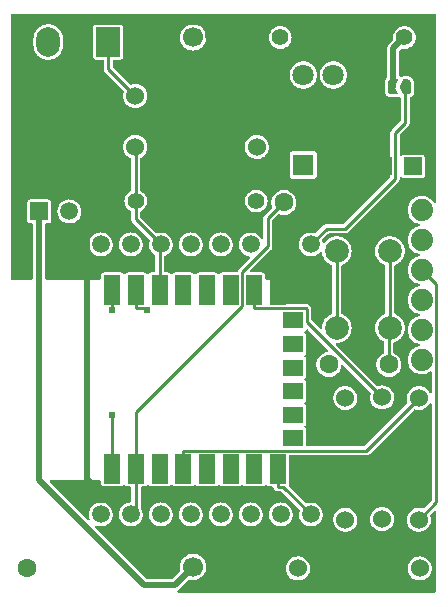
<source format=gtl>
G04 Layer: TopLayer*
G04 EasyEDA v6.5.40, 2024-02-04 03:55:30*
G04 936758304a9441538e57e2a98c5da18a,153482dac41149f1974aef67bcea995d,10*
G04 Gerber Generator version 0.2*
G04 Scale: 100 percent, Rotated: No, Reflected: No *
G04 Dimensions in millimeters *
G04 leading zeros omitted , absolute positions ,4 integer and 5 decimal *
%FSLAX45Y45*%
%MOMM*%

%AMMACRO1*4,1,40,-0.4763,0,-0.1588,0.635,0.2223,0.635,0.2223,0.635,0.2223,0.635,0.2457,0.6339,0.2689,0.6307,0.2918,0.6253,0.314,0.6179,0.3355,0.6084,0.356,0.597,0.3753,0.5837,0.3934,0.5687,0.41,0.5521,0.4249,0.5341,0.4382,0.5147,0.4496,0.4942,0.4591,0.4727,0.4665,0.4505,0.4719,0.4277,0.4752,0.4044,0.4763,0.381,0.4763,-0.4445,0.4696,-0.4663,0.4609,-0.4875,0.4504,-0.5078,0.4382,-0.5271,0.4242,-0.5452,0.4087,-0.5619,0.3917,-0.5773,0.3734,-0.591,0.3539,-0.603,0.3335,-0.6132,0.3122,-0.6215,0.2903,-0.6279,0.2678,-0.6323,0.2451,-0.6347,0.2223,-0.635,-0.1588,-0.635,-0.4763,0,-0.4763,0,0*%
%AMMACRO2*4,1,39,0.4445,0.635,-0.1905,0.635,-0.2139,0.6339,-0.2372,0.6307,-0.26,0.6253,-0.2822,0.6179,-0.3037,0.6084,-0.3242,0.597,-0.3436,0.5837,-0.3616,0.5687,-0.3782,0.5521,-0.3932,0.5341,-0.4065,0.5147,-0.4179,0.4942,-0.4274,0.4727,-0.4348,0.4505,-0.4402,0.4277,-0.4434,0.4044,-0.4445,0.381,-0.4445,-0.381,-0.4434,-0.4044,-0.4402,-0.4277,-0.4348,-0.4505,-0.4274,-0.4727,-0.4179,-0.4942,-0.4065,-0.5147,-0.3932,-0.5341,-0.3782,-0.5521,-0.3616,-0.5687,-0.3436,-0.5837,-0.3242,-0.597,-0.3037,-0.6084,-0.2822,-0.6179,-0.26,-0.6253,-0.2372,-0.6307,-0.2139,-0.6339,-0.1905,-0.635,0.4445,-0.635,0.127,0,0.4445,0.635,0*%
%AMMACRO3*21,1,$1,$2,0,0,$3*%
%ADD10C,0.2540*%
%ADD11C,0.5080*%
%ADD12MACRO1*%
%ADD13MACRO2*%
%ADD14R,1.4000X2.5000*%
%ADD15R,1.7000X1.4000*%
%ADD16C,1.6000*%
%ADD17C,1.8796*%
%ADD18C,2.0000*%
%ADD19C,1.5240*%
%ADD20C,1.7000*%
%ADD21R,1.7000X1.7000*%
%ADD22R,1.5000X1.5000*%
%ADD23O,1.9999959999999999X2.4999949999999997*%
%ADD24MACRO3,2.0015X2.4994X0.0000*%
%ADD25C,1.4000*%
%ADD26C,1.5080*%
%ADD27R,1.5080X1.5080*%
%ADD28C,1.8000*%
%ADD29R,1.8000X1.8000*%
%ADD30C,0.6100*%
%ADD31C,0.0148*%

%LPD*%
G36*
X2562504Y1290828D02*
G01*
X2558643Y1291590D01*
X2555341Y1293774D01*
X2553106Y1297076D01*
X2552344Y1300988D01*
X2552344Y1423670D01*
X2551633Y1429969D01*
X2549702Y1435455D01*
X2546654Y1440332D01*
X2542540Y1444447D01*
X2540762Y1445564D01*
X2537815Y1448409D01*
X2536190Y1452118D01*
X2536190Y1456232D01*
X2537815Y1459941D01*
X2540762Y1462786D01*
X2542387Y1463802D01*
X2546502Y1467916D01*
X2549550Y1472793D01*
X2551480Y1478280D01*
X2552192Y1484579D01*
X2552192Y1623466D01*
X2551480Y1629765D01*
X2549550Y1635251D01*
X2546502Y1640128D01*
X2542387Y1644243D01*
X2540609Y1645361D01*
X2537663Y1648155D01*
X2536088Y1651914D01*
X2536088Y1655978D01*
X2537663Y1659737D01*
X2540609Y1662531D01*
X2542438Y1663700D01*
X2546553Y1667764D01*
X2549601Y1672691D01*
X2551531Y1678127D01*
X2552242Y1684477D01*
X2552242Y1823313D01*
X2551531Y1829663D01*
X2549601Y1835099D01*
X2546553Y1840026D01*
X2542438Y1844090D01*
X2540508Y1845310D01*
X2537561Y1848154D01*
X2535936Y1851914D01*
X2535936Y1855978D01*
X2537561Y1859737D01*
X2540508Y1862531D01*
X2542438Y1863750D01*
X2546553Y1867865D01*
X2549601Y1872742D01*
X2551531Y1878228D01*
X2552242Y1884527D01*
X2552242Y2023414D01*
X2551531Y2029714D01*
X2549601Y2035200D01*
X2546553Y2040077D01*
X2542438Y2044192D01*
X2540609Y2045309D01*
X2537663Y2048154D01*
X2536088Y2051913D01*
X2536088Y2055977D01*
X2537663Y2059736D01*
X2540609Y2062530D01*
X2542438Y2063699D01*
X2546553Y2067763D01*
X2549601Y2072690D01*
X2551531Y2078126D01*
X2552242Y2084476D01*
X2552242Y2223312D01*
X2551531Y2229662D01*
X2549601Y2235098D01*
X2546553Y2240026D01*
X2542438Y2244090D01*
X2540609Y2245258D01*
X2537663Y2248103D01*
X2536037Y2251811D01*
X2536037Y2255926D01*
X2537663Y2259634D01*
X2540609Y2262479D01*
X2542540Y2263698D01*
X2546604Y2267762D01*
X2550363Y2273858D01*
X2552801Y2276551D01*
X2556052Y2278227D01*
X2559659Y2278684D01*
X2563215Y2277770D01*
X2566212Y2275738D01*
X2738272Y2103678D01*
X2740406Y2100478D01*
X2741218Y2096719D01*
X2740558Y2092909D01*
X2738577Y2089607D01*
X2735478Y2087321D01*
X2731719Y2086356D01*
X2729382Y2086203D01*
X2715818Y2083460D01*
X2702661Y2079040D01*
X2690266Y2072893D01*
X2678734Y2065223D01*
X2668320Y2056079D01*
X2659176Y2045665D01*
X2651506Y2034133D01*
X2645359Y2021738D01*
X2640939Y2008581D01*
X2638196Y1995017D01*
X2637332Y1981200D01*
X2638196Y1967382D01*
X2640939Y1953818D01*
X2645359Y1940661D01*
X2651506Y1928266D01*
X2659176Y1916734D01*
X2668320Y1906320D01*
X2678734Y1897176D01*
X2690266Y1889506D01*
X2702661Y1883359D01*
X2715818Y1878939D01*
X2729382Y1876196D01*
X2743200Y1875332D01*
X2757017Y1876196D01*
X2770581Y1878939D01*
X2783738Y1883359D01*
X2796133Y1889506D01*
X2807665Y1897176D01*
X2818079Y1906320D01*
X2827223Y1916734D01*
X2834894Y1928266D01*
X2841040Y1940661D01*
X2845460Y1953818D01*
X2848203Y1967382D01*
X2848356Y1969719D01*
X2849321Y1973478D01*
X2851607Y1976577D01*
X2854909Y1978558D01*
X2858719Y1979218D01*
X2862478Y1978406D01*
X2865678Y1976272D01*
X3095396Y1746504D01*
X3097580Y1743303D01*
X3098393Y1739493D01*
X3097682Y1735683D01*
X3096564Y1732686D01*
X3093364Y1719427D01*
X3091992Y1705864D01*
X3092450Y1692249D01*
X3094736Y1678787D01*
X3098800Y1665782D01*
X3104540Y1653387D01*
X3111855Y1641906D01*
X3120644Y1631492D01*
X3130753Y1622348D01*
X3142030Y1614627D01*
X3154172Y1608480D01*
X3167075Y1604010D01*
X3180435Y1601266D01*
X3194050Y1600352D01*
X3207664Y1601266D01*
X3221024Y1604010D01*
X3233877Y1608480D01*
X3246069Y1614627D01*
X3257296Y1622348D01*
X3267405Y1631492D01*
X3276244Y1641906D01*
X3283559Y1653387D01*
X3289300Y1665782D01*
X3293364Y1678787D01*
X3295599Y1692249D01*
X3296056Y1705864D01*
X3294684Y1719427D01*
X3291535Y1732686D01*
X3286658Y1745437D01*
X3280105Y1757375D01*
X3272028Y1768348D01*
X3262528Y1778152D01*
X3251809Y1786636D01*
X3240074Y1793544D01*
X3227527Y1798878D01*
X3214370Y1802485D01*
X3200857Y1804314D01*
X3187242Y1804314D01*
X3173730Y1802485D01*
X3159760Y1798624D01*
X3156204Y1798320D01*
X3152800Y1799234D01*
X3149854Y1801266D01*
X2803144Y2147976D01*
X2801010Y2151176D01*
X2800197Y2154936D01*
X2800858Y2158746D01*
X2802890Y2162048D01*
X2805988Y2164334D01*
X2809748Y2165299D01*
X2825496Y2166213D01*
X2840431Y2168956D01*
X2854960Y2173478D01*
X2868828Y2179726D01*
X2881833Y2187600D01*
X2893771Y2196998D01*
X2904540Y2207717D01*
X2913888Y2219706D01*
X2921762Y2232710D01*
X2928010Y2246579D01*
X2932531Y2261057D01*
X2935274Y2276043D01*
X2936189Y2291181D01*
X2935274Y2306370D01*
X2932531Y2321356D01*
X2928010Y2335834D01*
X2921762Y2349703D01*
X2913888Y2362708D01*
X2904540Y2374696D01*
X2893771Y2385415D01*
X2881833Y2394813D01*
X2868828Y2402687D01*
X2854909Y2408936D01*
X2851759Y2411171D01*
X2849626Y2414422D01*
X2848914Y2418181D01*
X2848914Y2814218D01*
X2849626Y2817977D01*
X2851759Y2821228D01*
X2854909Y2823464D01*
X2868828Y2829712D01*
X2881833Y2837586D01*
X2893771Y2846984D01*
X2904540Y2857703D01*
X2913888Y2869692D01*
X2921762Y2882696D01*
X2928010Y2896565D01*
X2932531Y2911043D01*
X2935274Y2926029D01*
X2936189Y2941167D01*
X2935274Y2956356D01*
X2932531Y2971342D01*
X2928010Y2985820D01*
X2921762Y2999689D01*
X2913888Y3012694D01*
X2904540Y3024682D01*
X2893771Y3035401D01*
X2881833Y3044799D01*
X2868828Y3052673D01*
X2854960Y3058922D01*
X2840431Y3063443D01*
X2825496Y3066186D01*
X2810306Y3067100D01*
X2795117Y3066186D01*
X2780182Y3063443D01*
X2765653Y3058922D01*
X2751785Y3052673D01*
X2738780Y3044799D01*
X2726842Y3035401D01*
X2716072Y3024682D01*
X2707690Y3013964D01*
X2704744Y3011424D01*
X2701086Y3010204D01*
X2697226Y3010408D01*
X2693670Y3012084D01*
X2691028Y3014929D01*
X2689707Y3018536D01*
X2689301Y3020669D01*
X2686304Y3030423D01*
X2685846Y3034080D01*
X2686761Y3037636D01*
X2688844Y3040634D01*
X2737815Y3089605D01*
X2741117Y3091789D01*
X2744978Y3092602D01*
X2882849Y3092602D01*
X2890875Y3093364D01*
X2898089Y3095548D01*
X2904794Y3099104D01*
X2910992Y3104235D01*
X3330448Y3523691D01*
X3335578Y3529888D01*
X3339134Y3536594D01*
X3341319Y3543808D01*
X3342081Y3551834D01*
X3342081Y3559048D01*
X3342894Y3562959D01*
X3345078Y3566210D01*
X3348380Y3568446D01*
X3352292Y3569208D01*
X3356152Y3568446D01*
X3359454Y3566210D01*
X3363264Y3562400D01*
X3368192Y3559301D01*
X3373628Y3557422D01*
X3379978Y3556711D01*
X3528822Y3556711D01*
X3535172Y3557422D01*
X3540607Y3559301D01*
X3545535Y3562400D01*
X3549599Y3566464D01*
X3552698Y3571392D01*
X3554577Y3576828D01*
X3555288Y3583178D01*
X3555288Y3732022D01*
X3554577Y3738372D01*
X3552698Y3743807D01*
X3549599Y3748735D01*
X3545535Y3752799D01*
X3540607Y3755898D01*
X3535172Y3757777D01*
X3528822Y3758488D01*
X3379978Y3758488D01*
X3373628Y3757777D01*
X3368192Y3755898D01*
X3363264Y3752799D01*
X3359454Y3748989D01*
X3356152Y3746754D01*
X3352292Y3745992D01*
X3348380Y3746754D01*
X3345078Y3748989D01*
X3342894Y3752240D01*
X3342081Y3756151D01*
X3342081Y3919829D01*
X3342894Y3923741D01*
X3345078Y3927043D01*
X3417824Y3999788D01*
X3422954Y4006037D01*
X3426510Y4012692D01*
X3428695Y4019905D01*
X3429508Y4027932D01*
X3429508Y4236821D01*
X3430219Y4240479D01*
X3432200Y4243679D01*
X3435248Y4245965D01*
X3437483Y4247032D01*
X3443935Y4251045D01*
X3448913Y4255109D01*
X3453942Y4260545D01*
X3457651Y4265828D01*
X3461105Y4272483D01*
X3462629Y4276547D01*
X3464153Y4282541D01*
X3464458Y4286605D01*
X3464458Y4368495D01*
X3464051Y4374946D01*
X3463239Y4379620D01*
X3462070Y4384141D01*
X3460445Y4388612D01*
X3458362Y4392930D01*
X3455974Y4396943D01*
X3453180Y4400804D01*
X3450082Y4404360D01*
X3446627Y4407611D01*
X3442919Y4410557D01*
X3438956Y4413097D01*
X3434740Y4415332D01*
X3430320Y4417110D01*
X3425901Y4418431D01*
X3419195Y4419701D01*
X3412794Y4420108D01*
X3375609Y4420108D01*
X3369360Y4419396D01*
X3363925Y4417568D01*
X3359708Y4414926D01*
X3356203Y4413554D01*
X3352393Y4413605D01*
X3348939Y4414977D01*
X3345332Y4417263D01*
X3342792Y4419549D01*
X3341166Y4422495D01*
X3340608Y4425848D01*
X3340608Y4631131D01*
X3341370Y4635042D01*
X3343605Y4638344D01*
X3357829Y4652568D01*
X3360318Y4654397D01*
X3363264Y4655413D01*
X3366414Y4655464D01*
X3375964Y4654143D01*
X3389020Y4654143D01*
X3402025Y4655921D01*
X3414623Y4659426D01*
X3426612Y4664659D01*
X3437788Y4671466D01*
X3447948Y4679746D01*
X3456889Y4689297D01*
X3464407Y4699965D01*
X3470452Y4711598D01*
X3474821Y4723942D01*
X3477514Y4736744D01*
X3478377Y4749800D01*
X3477514Y4762855D01*
X3474821Y4775657D01*
X3470452Y4788001D01*
X3464407Y4799634D01*
X3456889Y4810302D01*
X3447948Y4819853D01*
X3437788Y4828133D01*
X3426612Y4834940D01*
X3414623Y4840122D01*
X3402025Y4843678D01*
X3389020Y4845456D01*
X3375964Y4845456D01*
X3363010Y4843678D01*
X3350412Y4840122D01*
X3338372Y4834940D01*
X3327196Y4828133D01*
X3317036Y4819853D01*
X3308146Y4810302D01*
X3300577Y4799634D01*
X3294532Y4788001D01*
X3290163Y4775657D01*
X3287522Y4762855D01*
X3286607Y4749800D01*
X3287522Y4736744D01*
X3287979Y4734356D01*
X3288131Y4731004D01*
X3287166Y4727803D01*
X3285236Y4725111D01*
X3253181Y4693056D01*
X3249980Y4689602D01*
X3247288Y4686046D01*
X3244850Y4682236D01*
X3242818Y4678273D01*
X3241090Y4674158D01*
X3239770Y4669891D01*
X3238804Y4665522D01*
X3238195Y4661103D01*
X3237992Y4656378D01*
X3237992Y4413250D01*
X3237280Y4409490D01*
X3235198Y4406239D01*
X3231388Y4402277D01*
X3228492Y4398568D01*
X3225952Y4394606D01*
X3223717Y4390390D01*
X3221939Y4386021D01*
X3220618Y4381601D01*
X3219348Y4374845D01*
X3218942Y4368495D01*
X3218942Y4292904D01*
X3219348Y4286453D01*
X3220110Y4281779D01*
X3221329Y4277258D01*
X3222955Y4272788D01*
X3224987Y4268470D01*
X3227374Y4264456D01*
X3230168Y4260596D01*
X3233318Y4257040D01*
X3236772Y4253788D01*
X3240481Y4250842D01*
X3244443Y4248302D01*
X3248660Y4246067D01*
X3253028Y4244289D01*
X3257448Y4242968D01*
X3264204Y4241698D01*
X3270554Y4241292D01*
X3333140Y4241292D01*
X3340912Y4242257D01*
X3345129Y4241850D01*
X3348888Y4239768D01*
X3351377Y4236313D01*
X3352292Y4232148D01*
X3352292Y4047642D01*
X3351529Y4043781D01*
X3349294Y4040479D01*
X3276549Y3967683D01*
X3271418Y3961485D01*
X3267862Y3954830D01*
X3265678Y3947566D01*
X3264865Y3939540D01*
X3264865Y3571544D01*
X3264103Y3567633D01*
X3261918Y3564331D01*
X2870352Y3172764D01*
X2867050Y3170580D01*
X2863138Y3169818D01*
X2725267Y3169818D01*
X2717241Y3169005D01*
X2710027Y3166821D01*
X2703372Y3163265D01*
X2697124Y3158134D01*
X2634183Y3095193D01*
X2631084Y3093059D01*
X2627376Y3092196D01*
X2623667Y3092754D01*
X2617571Y3094888D01*
X2604312Y3097580D01*
X2590800Y3098495D01*
X2577287Y3097580D01*
X2564028Y3094888D01*
X2551277Y3090468D01*
X2539187Y3084322D01*
X2528011Y3076702D01*
X2518003Y3067608D01*
X2509266Y3057296D01*
X2502001Y3045866D01*
X2496261Y3033623D01*
X2492298Y3020669D01*
X2490012Y3007360D01*
X2489555Y2993796D01*
X2490927Y2980334D01*
X2494076Y2967177D01*
X2498902Y2954578D01*
X2505405Y2942691D01*
X2513431Y2931820D01*
X2522880Y2922066D01*
X2533497Y2913684D01*
X2545130Y2906776D01*
X2557576Y2901543D01*
X2570632Y2897936D01*
X2584043Y2896158D01*
X2597556Y2896158D01*
X2610967Y2897936D01*
X2624023Y2901543D01*
X2636469Y2906776D01*
X2648102Y2913684D01*
X2658719Y2922066D01*
X2667965Y2931617D01*
X2671673Y2934055D01*
X2676042Y2934716D01*
X2680258Y2933395D01*
X2683560Y2930448D01*
X2685288Y2926384D01*
X2688082Y2911043D01*
X2692603Y2896565D01*
X2698851Y2882696D01*
X2706725Y2869692D01*
X2716072Y2857703D01*
X2726842Y2846984D01*
X2738780Y2837586D01*
X2751785Y2829712D01*
X2765704Y2823464D01*
X2768854Y2821228D01*
X2770987Y2817977D01*
X2771698Y2814218D01*
X2771698Y2418181D01*
X2770987Y2414422D01*
X2768854Y2411171D01*
X2765704Y2408936D01*
X2751785Y2402687D01*
X2738780Y2394813D01*
X2726842Y2385415D01*
X2716072Y2374696D01*
X2706725Y2362708D01*
X2698851Y2349703D01*
X2692603Y2335834D01*
X2688082Y2321356D01*
X2685338Y2306370D01*
X2684373Y2290622D01*
X2683408Y2286863D01*
X2681122Y2283764D01*
X2677820Y2281732D01*
X2674061Y2281072D01*
X2670251Y2281885D01*
X2667050Y2284069D01*
X2597404Y2353716D01*
X2595168Y2357018D01*
X2594406Y2360930D01*
X2594406Y2448102D01*
X2593594Y2456129D01*
X2591409Y2463393D01*
X2587853Y2470048D01*
X2582722Y2476246D01*
X2576068Y2482951D01*
X2569819Y2488082D01*
X2563164Y2491638D01*
X2555951Y2493822D01*
X2547924Y2494635D01*
X2260142Y2494635D01*
X2256282Y2495397D01*
X2252980Y2497582D01*
X2250744Y2500884D01*
X2249982Y2504795D01*
X2249982Y2699004D01*
X2249017Y2699969D01*
X2217420Y2699969D01*
X2213508Y2700782D01*
X2210206Y2702966D01*
X2208022Y2706268D01*
X2207260Y2710129D01*
X2207260Y2733649D01*
X2206548Y2739948D01*
X2204618Y2745435D01*
X2201519Y2750312D01*
X2197455Y2754426D01*
X2192528Y2757525D01*
X2187092Y2759405D01*
X2180793Y2760116D01*
X2086356Y2760116D01*
X2082495Y2760878D01*
X2079193Y2763113D01*
X2077008Y2766415D01*
X2076196Y2770276D01*
X2077008Y2774188D01*
X2079193Y2777490D01*
X2253996Y2952292D01*
X2259126Y2958490D01*
X2262682Y2965196D01*
X2264867Y2972409D01*
X2265629Y2980436D01*
X2265629Y3197453D01*
X2266442Y3201314D01*
X2268626Y3204616D01*
X2315210Y3251200D01*
X2318258Y3253282D01*
X2321915Y3254146D01*
X2325624Y3253638D01*
X2334818Y3250539D01*
X2348382Y3247796D01*
X2362200Y3246932D01*
X2376017Y3247796D01*
X2389581Y3250539D01*
X2402738Y3254959D01*
X2415133Y3261106D01*
X2426665Y3268776D01*
X2437079Y3277920D01*
X2446223Y3288334D01*
X2453894Y3299866D01*
X2460040Y3312261D01*
X2464460Y3325418D01*
X2467203Y3338982D01*
X2468067Y3352800D01*
X2467203Y3366617D01*
X2464460Y3380181D01*
X2460040Y3393338D01*
X2453894Y3405733D01*
X2446223Y3417265D01*
X2437079Y3427679D01*
X2426665Y3436823D01*
X2415133Y3444494D01*
X2402738Y3450640D01*
X2389581Y3455060D01*
X2376017Y3457803D01*
X2362200Y3458667D01*
X2348382Y3457803D01*
X2334818Y3455060D01*
X2321661Y3450640D01*
X2309266Y3444494D01*
X2297734Y3436823D01*
X2287320Y3427679D01*
X2278176Y3417265D01*
X2270506Y3405733D01*
X2264359Y3393338D01*
X2259939Y3380181D01*
X2257196Y3366617D01*
X2256332Y3352800D01*
X2257196Y3338982D01*
X2259939Y3325418D01*
X2263038Y3316224D01*
X2263546Y3312515D01*
X2262682Y3308908D01*
X2260600Y3305810D01*
X2200097Y3245307D01*
X2194966Y3239058D01*
X2191410Y3232404D01*
X2189226Y3225190D01*
X2188413Y3217164D01*
X2188413Y3054350D01*
X2187498Y3050082D01*
X2184908Y3046628D01*
X2181148Y3044596D01*
X2176830Y3044291D01*
X2172766Y3045815D01*
X2169718Y3048863D01*
X2164334Y3057296D01*
X2155596Y3067608D01*
X2145588Y3076702D01*
X2134412Y3084322D01*
X2122322Y3090468D01*
X2109571Y3094888D01*
X2096312Y3097580D01*
X2082800Y3098495D01*
X2069287Y3097580D01*
X2056028Y3094888D01*
X2043277Y3090468D01*
X2031187Y3084322D01*
X2020011Y3076702D01*
X2010003Y3067608D01*
X2001266Y3057296D01*
X1994001Y3045866D01*
X1988261Y3033623D01*
X1984298Y3020669D01*
X1982012Y3007360D01*
X1981555Y2993796D01*
X1982927Y2980334D01*
X1986076Y2967177D01*
X1990902Y2954578D01*
X1997405Y2942691D01*
X2005431Y2931820D01*
X2014880Y2922066D01*
X2025497Y2913684D01*
X2037130Y2906776D01*
X2049576Y2901543D01*
X2062632Y2897936D01*
X2066798Y2897378D01*
X2071014Y2895803D01*
X2074113Y2892602D01*
X2075586Y2888386D01*
X2075027Y2883916D01*
X2072639Y2880106D01*
X1982470Y2789936D01*
X1977339Y2783738D01*
X1973783Y2777083D01*
X1970532Y2765856D01*
X1968296Y2762910D01*
X1965096Y2760929D01*
X1961438Y2760268D01*
X1841906Y2760268D01*
X1835607Y2759557D01*
X1830120Y2757627D01*
X1825243Y2754579D01*
X1821129Y2750464D01*
X1819910Y2748534D01*
X1817116Y2745587D01*
X1813356Y2743962D01*
X1809292Y2743962D01*
X1805533Y2745587D01*
X1802688Y2748534D01*
X1801520Y2750362D01*
X1797456Y2754477D01*
X1792528Y2757576D01*
X1787093Y2759456D01*
X1780793Y2760167D01*
X1641906Y2760167D01*
X1635607Y2759456D01*
X1630121Y2757576D01*
X1625244Y2754477D01*
X1621129Y2750362D01*
X1619910Y2748432D01*
X1617116Y2745486D01*
X1613357Y2743911D01*
X1609293Y2743911D01*
X1605534Y2745486D01*
X1602689Y2748432D01*
X1601520Y2750312D01*
X1597456Y2754426D01*
X1592529Y2757474D01*
X1587093Y2759405D01*
X1580743Y2760116D01*
X1441907Y2760116D01*
X1435608Y2759405D01*
X1430121Y2757474D01*
X1425244Y2754426D01*
X1421130Y2750312D01*
X1419961Y2748432D01*
X1417167Y2745486D01*
X1413408Y2743911D01*
X1409344Y2743911D01*
X1405585Y2745486D01*
X1402740Y2748432D01*
X1401521Y2750362D01*
X1397457Y2754477D01*
X1392529Y2757576D01*
X1387094Y2759456D01*
X1380744Y2760167D01*
X1360119Y2760167D01*
X1356207Y2760929D01*
X1352956Y2763164D01*
X1350721Y2766466D01*
X1349959Y2770327D01*
X1349959Y2893060D01*
X1350721Y2896920D01*
X1352905Y2900222D01*
X1356156Y2902407D01*
X1366469Y2906776D01*
X1378102Y2913684D01*
X1388719Y2922066D01*
X1398168Y2931820D01*
X1406194Y2942691D01*
X1412697Y2954578D01*
X1417523Y2967177D01*
X1420672Y2980334D01*
X1422044Y2993796D01*
X1421587Y3007360D01*
X1419301Y3020669D01*
X1415338Y3033623D01*
X1409598Y3045866D01*
X1402334Y3057296D01*
X1393596Y3067608D01*
X1383588Y3076702D01*
X1372412Y3084322D01*
X1360322Y3090468D01*
X1347571Y3094888D01*
X1334312Y3097580D01*
X1320800Y3098495D01*
X1307287Y3097580D01*
X1294028Y3094888D01*
X1287932Y3092754D01*
X1284224Y3092196D01*
X1280515Y3093059D01*
X1277416Y3095193D01*
X1150518Y3222091D01*
X1148334Y3225393D01*
X1147572Y3229254D01*
X1147572Y3271316D01*
X1148130Y3274720D01*
X1149807Y3277717D01*
X1152448Y3280003D01*
X1164285Y3287166D01*
X1174394Y3295446D01*
X1183335Y3304997D01*
X1190904Y3315665D01*
X1196898Y3327298D01*
X1201267Y3339642D01*
X1203960Y3352444D01*
X1204823Y3365500D01*
X1203960Y3378555D01*
X1201267Y3391357D01*
X1196898Y3403701D01*
X1190904Y3415334D01*
X1183335Y3426002D01*
X1174394Y3435553D01*
X1164285Y3443833D01*
X1152448Y3450996D01*
X1149807Y3453282D01*
X1148130Y3456279D01*
X1147572Y3459683D01*
X1147572Y3724148D01*
X1148130Y3727500D01*
X1149756Y3730447D01*
X1152245Y3732733D01*
X1164488Y3740505D01*
X1174902Y3749294D01*
X1184046Y3759454D01*
X1191768Y3770680D01*
X1197914Y3782822D01*
X1202385Y3795725D01*
X1205128Y3809085D01*
X1206042Y3822700D01*
X1205128Y3836314D01*
X1202385Y3849674D01*
X1197914Y3862578D01*
X1191768Y3874719D01*
X1184046Y3885946D01*
X1174902Y3896106D01*
X1164488Y3904894D01*
X1153007Y3912209D01*
X1140612Y3917950D01*
X1127607Y3922014D01*
X1114145Y3924249D01*
X1100531Y3924706D01*
X1086967Y3923385D01*
X1073708Y3920185D01*
X1060958Y3915308D01*
X1049020Y3908755D01*
X1038047Y3900678D01*
X1028242Y3891178D01*
X1019759Y3880459D01*
X1012850Y3868724D01*
X1007516Y3856177D01*
X1003909Y3843020D01*
X1002080Y3829507D01*
X1002080Y3815892D01*
X1003909Y3802379D01*
X1007516Y3789222D01*
X1012850Y3776675D01*
X1019759Y3764940D01*
X1028242Y3754221D01*
X1038047Y3744722D01*
X1049020Y3736644D01*
X1060958Y3730091D01*
X1063802Y3729024D01*
X1067257Y3726840D01*
X1069543Y3723487D01*
X1070356Y3719525D01*
X1070356Y3459683D01*
X1069746Y3456279D01*
X1068070Y3453282D01*
X1065428Y3450996D01*
X1053693Y3443833D01*
X1043533Y3435553D01*
X1034592Y3426002D01*
X1027023Y3415334D01*
X1021029Y3403701D01*
X1016660Y3391357D01*
X1013968Y3378555D01*
X1013104Y3365500D01*
X1013968Y3352444D01*
X1016660Y3339642D01*
X1021029Y3327298D01*
X1027023Y3315665D01*
X1034592Y3304997D01*
X1043533Y3295446D01*
X1053693Y3287166D01*
X1065428Y3280003D01*
X1068070Y3277717D01*
X1069746Y3274720D01*
X1070305Y3271316D01*
X1070356Y3209544D01*
X1071118Y3201517D01*
X1073302Y3194304D01*
X1076858Y3187649D01*
X1081989Y3181400D01*
X1222756Y3040634D01*
X1224838Y3037636D01*
X1225753Y3034080D01*
X1225296Y3030423D01*
X1222298Y3020669D01*
X1220012Y3007360D01*
X1219555Y2993796D01*
X1220927Y2980334D01*
X1224076Y2967177D01*
X1228902Y2954578D01*
X1235405Y2942691D01*
X1243431Y2931820D01*
X1252880Y2922066D01*
X1263497Y2913684D01*
X1267764Y2911144D01*
X1270406Y2908909D01*
X1272133Y2905861D01*
X1272743Y2902407D01*
X1272743Y2770327D01*
X1271981Y2766466D01*
X1269746Y2763164D01*
X1266494Y2760929D01*
X1262583Y2760167D01*
X1241907Y2760167D01*
X1235608Y2759456D01*
X1230122Y2757576D01*
X1225245Y2754477D01*
X1221130Y2750362D01*
X1219911Y2748483D01*
X1217117Y2745536D01*
X1213358Y2743911D01*
X1209294Y2743911D01*
X1205534Y2745536D01*
X1202740Y2748483D01*
X1201521Y2750362D01*
X1197457Y2754477D01*
X1192530Y2757525D01*
X1187094Y2759456D01*
X1180744Y2760167D01*
X1041908Y2760167D01*
X1035608Y2759456D01*
X1030122Y2757525D01*
X1025245Y2754477D01*
X1021130Y2750362D01*
X1019962Y2748483D01*
X1017117Y2745536D01*
X1013409Y2743911D01*
X1009294Y2743911D01*
X1005586Y2745536D01*
X1002741Y2748483D01*
X1001521Y2750362D01*
X997458Y2754477D01*
X992530Y2757576D01*
X987094Y2759456D01*
X980744Y2760167D01*
X841908Y2760167D01*
X835609Y2759456D01*
X830122Y2757576D01*
X825246Y2754477D01*
X821131Y2750362D01*
X818032Y2745486D01*
X816152Y2739999D01*
X815441Y2733700D01*
X815441Y2710129D01*
X814679Y2706268D01*
X812444Y2702966D01*
X809142Y2700782D01*
X805281Y2699969D01*
X353568Y2699969D01*
X349656Y2700782D01*
X346405Y2702966D01*
X344170Y2706268D01*
X343408Y2710129D01*
X343408Y3165144D01*
X344170Y3169005D01*
X346405Y3172307D01*
X349656Y3174542D01*
X353568Y3175304D01*
X366928Y3175304D01*
X373227Y3176016D01*
X378714Y3177895D01*
X383590Y3180994D01*
X387705Y3185109D01*
X390804Y3189986D01*
X392684Y3195472D01*
X393395Y3201771D01*
X393395Y3351428D01*
X392684Y3357727D01*
X390804Y3363214D01*
X387705Y3368090D01*
X383590Y3372205D01*
X378714Y3375304D01*
X373227Y3377184D01*
X366928Y3377895D01*
X217271Y3377895D01*
X210972Y3377184D01*
X205486Y3375304D01*
X200609Y3372205D01*
X196494Y3368090D01*
X193395Y3363214D01*
X191516Y3357727D01*
X190804Y3351428D01*
X190804Y3201771D01*
X191516Y3195472D01*
X193395Y3189986D01*
X196494Y3185109D01*
X200609Y3180994D01*
X205486Y3177895D01*
X210972Y3176016D01*
X217271Y3175304D01*
X230632Y3175304D01*
X234543Y3174542D01*
X237794Y3172307D01*
X240029Y3169005D01*
X240792Y3165144D01*
X240792Y2710129D01*
X240029Y2706268D01*
X237794Y2702966D01*
X234543Y2700782D01*
X230632Y2699969D01*
X60147Y2699969D01*
X56286Y2700782D01*
X52984Y2702966D01*
X50749Y2706268D01*
X49987Y2710129D01*
X49987Y4939842D01*
X50749Y4943703D01*
X52984Y4947005D01*
X56286Y4949240D01*
X60147Y4950002D01*
X3639820Y4950002D01*
X3643731Y4949240D01*
X3647033Y4947005D01*
X3649218Y4943703D01*
X3649979Y4939842D01*
X3649979Y3359658D01*
X3649116Y3355492D01*
X3646576Y3352088D01*
X3642918Y3349955D01*
X3638702Y3349548D01*
X3634638Y3350920D01*
X3631539Y3353765D01*
X3623970Y3364433D01*
X3614064Y3375355D01*
X3602837Y3384956D01*
X3590544Y3393084D01*
X3577336Y3399688D01*
X3563416Y3404615D01*
X3548989Y3407765D01*
X3534308Y3409086D01*
X3519525Y3408679D01*
X3504946Y3406394D01*
X3490772Y3402329D01*
X3477158Y3396589D01*
X3464407Y3389223D01*
X3452622Y3380333D01*
X3442004Y3370072D01*
X3432759Y3358540D01*
X3424986Y3345992D01*
X3418840Y3332581D01*
X3414369Y3318560D01*
X3411626Y3304032D01*
X3410712Y3289300D01*
X3411626Y3274567D01*
X3414369Y3260039D01*
X3418840Y3246018D01*
X3424986Y3232607D01*
X3432759Y3220059D01*
X3442004Y3208528D01*
X3452622Y3198266D01*
X3464407Y3189376D01*
X3477158Y3182010D01*
X3490772Y3176270D01*
X3505403Y3172053D01*
X3509264Y3170021D01*
X3511854Y3166567D01*
X3512820Y3162300D01*
X3511854Y3158032D01*
X3509264Y3154578D01*
X3505403Y3152546D01*
X3490772Y3148330D01*
X3477158Y3142589D01*
X3464407Y3135223D01*
X3452622Y3126333D01*
X3442004Y3116072D01*
X3432759Y3104540D01*
X3424986Y3091992D01*
X3418840Y3078581D01*
X3414369Y3064560D01*
X3411626Y3050032D01*
X3410712Y3035300D01*
X3411626Y3020568D01*
X3414369Y3006039D01*
X3418840Y2992018D01*
X3424986Y2978607D01*
X3432759Y2966059D01*
X3442004Y2954528D01*
X3452622Y2944266D01*
X3464407Y2935376D01*
X3477158Y2928010D01*
X3490772Y2922270D01*
X3505403Y2918053D01*
X3509264Y2916021D01*
X3511854Y2912567D01*
X3512820Y2908300D01*
X3511854Y2904032D01*
X3509264Y2900578D01*
X3505403Y2898546D01*
X3490772Y2894330D01*
X3477158Y2888589D01*
X3464407Y2881223D01*
X3452622Y2872333D01*
X3442004Y2862072D01*
X3432759Y2850540D01*
X3424986Y2837992D01*
X3418840Y2824581D01*
X3414369Y2810560D01*
X3411626Y2796032D01*
X3410712Y2781300D01*
X3411626Y2766568D01*
X3414369Y2752039D01*
X3418840Y2738018D01*
X3424986Y2724607D01*
X3432759Y2712059D01*
X3442004Y2700528D01*
X3452622Y2690266D01*
X3464407Y2681376D01*
X3477158Y2674010D01*
X3490772Y2668270D01*
X3505403Y2664053D01*
X3509264Y2662021D01*
X3511854Y2658567D01*
X3512820Y2654300D01*
X3511854Y2650032D01*
X3509264Y2646578D01*
X3505403Y2644546D01*
X3490772Y2640330D01*
X3477158Y2634589D01*
X3464407Y2627223D01*
X3452622Y2618333D01*
X3442004Y2608072D01*
X3432759Y2596540D01*
X3424986Y2583992D01*
X3418840Y2570581D01*
X3414369Y2556560D01*
X3411626Y2542032D01*
X3410712Y2527300D01*
X3411626Y2512568D01*
X3414369Y2498039D01*
X3418840Y2484018D01*
X3424986Y2470607D01*
X3432759Y2458059D01*
X3442004Y2446528D01*
X3452622Y2436266D01*
X3464407Y2427376D01*
X3477158Y2420010D01*
X3490772Y2414270D01*
X3505403Y2410053D01*
X3509264Y2408021D01*
X3511854Y2404567D01*
X3512820Y2400300D01*
X3511854Y2396032D01*
X3509264Y2392578D01*
X3505403Y2390546D01*
X3490772Y2386330D01*
X3477158Y2380589D01*
X3464407Y2373223D01*
X3452622Y2364333D01*
X3442004Y2354072D01*
X3432759Y2342540D01*
X3424986Y2329992D01*
X3418840Y2316581D01*
X3414369Y2302560D01*
X3411626Y2288032D01*
X3410712Y2273300D01*
X3411626Y2258568D01*
X3414369Y2244039D01*
X3418840Y2230018D01*
X3424986Y2216607D01*
X3432759Y2204059D01*
X3442004Y2192528D01*
X3452622Y2182266D01*
X3464407Y2173376D01*
X3477158Y2166010D01*
X3490772Y2160270D01*
X3505403Y2156053D01*
X3509264Y2154021D01*
X3511854Y2150567D01*
X3512820Y2146300D01*
X3511854Y2142032D01*
X3509264Y2138578D01*
X3505403Y2136546D01*
X3490772Y2132330D01*
X3477158Y2126589D01*
X3464407Y2119223D01*
X3452622Y2110333D01*
X3442004Y2100072D01*
X3432759Y2088540D01*
X3424986Y2075992D01*
X3418840Y2062581D01*
X3414369Y2048560D01*
X3411626Y2034032D01*
X3410712Y2019300D01*
X3411626Y2004568D01*
X3414369Y1990039D01*
X3418840Y1976018D01*
X3424986Y1962607D01*
X3432759Y1950059D01*
X3442004Y1938528D01*
X3452622Y1928266D01*
X3464407Y1919376D01*
X3477158Y1912010D01*
X3490772Y1906270D01*
X3504946Y1902206D01*
X3519525Y1899920D01*
X3534308Y1899462D01*
X3548989Y1900834D01*
X3563416Y1903984D01*
X3577336Y1908911D01*
X3590544Y1915515D01*
X3599434Y1921408D01*
X3603498Y1922983D01*
X3607815Y1922678D01*
X3611676Y1920646D01*
X3614267Y1917141D01*
X3615232Y1912924D01*
X3615232Y1747012D01*
X3614216Y1742643D01*
X3611524Y1739138D01*
X3607562Y1737156D01*
X3603142Y1737004D01*
X3599078Y1738782D01*
X3596132Y1742084D01*
X3591255Y1751025D01*
X3583178Y1761998D01*
X3573678Y1771802D01*
X3562959Y1780286D01*
X3551224Y1787194D01*
X3538677Y1792528D01*
X3525520Y1796135D01*
X3512007Y1797964D01*
X3498392Y1797964D01*
X3484879Y1796135D01*
X3471722Y1792528D01*
X3459175Y1787194D01*
X3447440Y1780286D01*
X3436721Y1771802D01*
X3427222Y1761998D01*
X3419144Y1751025D01*
X3412591Y1739087D01*
X3407714Y1726336D01*
X3404514Y1713077D01*
X3403193Y1699514D01*
X3403650Y1685899D01*
X3405886Y1672437D01*
X3409035Y1662226D01*
X3409492Y1658620D01*
X3408629Y1655064D01*
X3406546Y1652066D01*
X3048254Y1293774D01*
X3044952Y1291590D01*
X3041091Y1290828D01*
G37*

%LPC*%
G36*
X2882900Y1594002D02*
G01*
X2896514Y1594916D01*
X2909874Y1597660D01*
X2922778Y1602130D01*
X2934919Y1608277D01*
X2946146Y1615998D01*
X2956306Y1625142D01*
X2965094Y1635556D01*
X2972409Y1647037D01*
X2978150Y1659432D01*
X2982214Y1672437D01*
X2984449Y1685899D01*
X2984906Y1699514D01*
X2983585Y1713077D01*
X2980385Y1726336D01*
X2975508Y1739087D01*
X2968955Y1751025D01*
X2960878Y1761998D01*
X2951378Y1771802D01*
X2940659Y1780286D01*
X2928924Y1787194D01*
X2916377Y1792528D01*
X2903220Y1796135D01*
X2889707Y1797964D01*
X2876092Y1797964D01*
X2862580Y1796135D01*
X2849422Y1792528D01*
X2836875Y1787194D01*
X2825140Y1780286D01*
X2814421Y1771802D01*
X2804922Y1761998D01*
X2796844Y1751025D01*
X2790291Y1739087D01*
X2785414Y1726336D01*
X2782214Y1713077D01*
X2780893Y1699514D01*
X2781350Y1685899D01*
X2783586Y1672437D01*
X2787650Y1659432D01*
X2793390Y1647037D01*
X2800705Y1635556D01*
X2809494Y1625142D01*
X2819654Y1615998D01*
X2830880Y1608277D01*
X2843022Y1602130D01*
X2855925Y1597660D01*
X2869285Y1594916D01*
G37*
G36*
X3251200Y1875332D02*
G01*
X3265017Y1876196D01*
X3278581Y1878939D01*
X3291738Y1883359D01*
X3304133Y1889506D01*
X3315665Y1897176D01*
X3326079Y1906320D01*
X3335223Y1916734D01*
X3342894Y1928266D01*
X3349040Y1940661D01*
X3353460Y1953818D01*
X3356203Y1967382D01*
X3357067Y1981200D01*
X3356203Y1995017D01*
X3353460Y2008581D01*
X3349040Y2021738D01*
X3342894Y2034133D01*
X3335223Y2045665D01*
X3326079Y2056079D01*
X3315665Y2065223D01*
X3304133Y2072893D01*
X3295497Y2077161D01*
X3292500Y2079447D01*
X3290519Y2082596D01*
X3289808Y2086305D01*
X3289808Y2161286D01*
X3290722Y2165502D01*
X3293211Y2168906D01*
X3296970Y2170988D01*
X3304946Y2173478D01*
X3318814Y2179726D01*
X3331819Y2187600D01*
X3343757Y2196998D01*
X3354527Y2207717D01*
X3363874Y2219706D01*
X3371748Y2232710D01*
X3377996Y2246579D01*
X3382518Y2261057D01*
X3385261Y2276043D01*
X3386175Y2291181D01*
X3385261Y2306370D01*
X3382518Y2321356D01*
X3377996Y2335834D01*
X3371748Y2349703D01*
X3363874Y2362708D01*
X3354527Y2374696D01*
X3343757Y2385415D01*
X3331819Y2394813D01*
X3318814Y2402687D01*
X3304895Y2408936D01*
X3301746Y2411171D01*
X3299612Y2414422D01*
X3298901Y2418181D01*
X3298901Y2814218D01*
X3299612Y2817977D01*
X3301746Y2821228D01*
X3304895Y2823464D01*
X3318814Y2829712D01*
X3331819Y2837586D01*
X3343757Y2846984D01*
X3354527Y2857703D01*
X3363874Y2869692D01*
X3371748Y2882696D01*
X3377996Y2896565D01*
X3382518Y2911043D01*
X3385261Y2926029D01*
X3386175Y2941167D01*
X3385261Y2956356D01*
X3382518Y2971342D01*
X3377996Y2985820D01*
X3371748Y2999689D01*
X3363874Y3012694D01*
X3354527Y3024682D01*
X3343757Y3035401D01*
X3331819Y3044799D01*
X3318814Y3052673D01*
X3304946Y3058922D01*
X3290417Y3063443D01*
X3275482Y3066186D01*
X3260293Y3067100D01*
X3245104Y3066186D01*
X3230168Y3063443D01*
X3215640Y3058922D01*
X3201771Y3052673D01*
X3188766Y3044799D01*
X3176828Y3035401D01*
X3166059Y3024682D01*
X3156712Y3012694D01*
X3148838Y2999689D01*
X3142589Y2985820D01*
X3138068Y2971342D01*
X3135325Y2956356D01*
X3134410Y2941167D01*
X3135325Y2926029D01*
X3138068Y2911043D01*
X3142589Y2896565D01*
X3148838Y2882696D01*
X3156712Y2869692D01*
X3166059Y2857703D01*
X3176828Y2846984D01*
X3188766Y2837586D01*
X3201771Y2829712D01*
X3215690Y2823464D01*
X3218840Y2821228D01*
X3220974Y2817977D01*
X3221685Y2814218D01*
X3221685Y2418181D01*
X3220974Y2414422D01*
X3218840Y2411171D01*
X3215690Y2408936D01*
X3201771Y2402687D01*
X3188766Y2394813D01*
X3176828Y2385415D01*
X3166059Y2374696D01*
X3156712Y2362708D01*
X3148838Y2349703D01*
X3142589Y2335834D01*
X3138068Y2321356D01*
X3135325Y2306370D01*
X3134410Y2291181D01*
X3135325Y2276043D01*
X3138068Y2261057D01*
X3142589Y2246579D01*
X3148838Y2232710D01*
X3156712Y2219706D01*
X3166059Y2207717D01*
X3176828Y2196998D01*
X3188766Y2187600D01*
X3201771Y2179726D01*
X3206597Y2177592D01*
X3209747Y2175357D01*
X3211880Y2172106D01*
X3212592Y2168296D01*
X3212592Y2086305D01*
X3211880Y2082596D01*
X3209899Y2079447D01*
X3206902Y2077161D01*
X3198266Y2072893D01*
X3186734Y2065223D01*
X3176320Y2056079D01*
X3167176Y2045665D01*
X3159506Y2034133D01*
X3153359Y2021738D01*
X3148939Y2008581D01*
X3146196Y1995017D01*
X3145332Y1981200D01*
X3146196Y1967382D01*
X3148939Y1953818D01*
X3153359Y1940661D01*
X3159506Y1928266D01*
X3167176Y1916734D01*
X3176320Y1906320D01*
X3186734Y1897176D01*
X3198266Y1889506D01*
X3210661Y1883359D01*
X3223818Y1878939D01*
X3237382Y1876196D01*
G37*
G36*
X1060043Y2896158D02*
G01*
X1073556Y2896158D01*
X1086967Y2897936D01*
X1100023Y2901543D01*
X1112469Y2906776D01*
X1124102Y2913684D01*
X1134719Y2922066D01*
X1144168Y2931820D01*
X1152194Y2942691D01*
X1158697Y2954578D01*
X1163523Y2967177D01*
X1166672Y2980334D01*
X1168044Y2993796D01*
X1167587Y3007360D01*
X1165301Y3020669D01*
X1161338Y3033623D01*
X1155598Y3045866D01*
X1148334Y3057296D01*
X1139596Y3067608D01*
X1129588Y3076702D01*
X1118412Y3084322D01*
X1106322Y3090468D01*
X1093571Y3094888D01*
X1080312Y3097580D01*
X1066800Y3098495D01*
X1053287Y3097580D01*
X1040028Y3094888D01*
X1027277Y3090468D01*
X1015187Y3084322D01*
X1004011Y3076702D01*
X994003Y3067608D01*
X985266Y3057296D01*
X978001Y3045866D01*
X972261Y3033623D01*
X968298Y3020669D01*
X966012Y3007360D01*
X965555Y2993796D01*
X966927Y2980334D01*
X970076Y2967177D01*
X974902Y2954578D01*
X981405Y2942691D01*
X989431Y2931820D01*
X998880Y2922066D01*
X1009497Y2913684D01*
X1021130Y2906776D01*
X1033576Y2901543D01*
X1046632Y2897936D01*
G37*
G36*
X1568043Y2896158D02*
G01*
X1581556Y2896158D01*
X1594967Y2897936D01*
X1608023Y2901543D01*
X1620469Y2906776D01*
X1632102Y2913684D01*
X1642719Y2922066D01*
X1652168Y2931820D01*
X1660194Y2942691D01*
X1666697Y2954578D01*
X1671523Y2967177D01*
X1674672Y2980334D01*
X1676044Y2993796D01*
X1675587Y3007360D01*
X1673301Y3020669D01*
X1669338Y3033623D01*
X1663598Y3045866D01*
X1656334Y3057296D01*
X1647596Y3067608D01*
X1637588Y3076702D01*
X1626412Y3084322D01*
X1614322Y3090468D01*
X1601571Y3094888D01*
X1588312Y3097580D01*
X1574800Y3098495D01*
X1561287Y3097580D01*
X1548028Y3094888D01*
X1535277Y3090468D01*
X1523187Y3084322D01*
X1512011Y3076702D01*
X1502003Y3067608D01*
X1493266Y3057296D01*
X1486001Y3045866D01*
X1480261Y3033623D01*
X1476298Y3020669D01*
X1474012Y3007360D01*
X1473555Y2993796D01*
X1474927Y2980334D01*
X1478076Y2967177D01*
X1482902Y2954578D01*
X1489405Y2942691D01*
X1497431Y2931820D01*
X1506880Y2922066D01*
X1517497Y2913684D01*
X1529130Y2906776D01*
X1541576Y2901543D01*
X1554632Y2897936D01*
G37*
G36*
X1822043Y2896158D02*
G01*
X1835556Y2896158D01*
X1848967Y2897936D01*
X1862023Y2901543D01*
X1874469Y2906776D01*
X1886102Y2913684D01*
X1896719Y2922066D01*
X1906168Y2931820D01*
X1914194Y2942691D01*
X1920697Y2954578D01*
X1925523Y2967177D01*
X1928672Y2980334D01*
X1930044Y2993796D01*
X1929587Y3007360D01*
X1927301Y3020669D01*
X1923338Y3033623D01*
X1917598Y3045866D01*
X1910334Y3057296D01*
X1901596Y3067608D01*
X1891588Y3076702D01*
X1880412Y3084322D01*
X1868322Y3090468D01*
X1855571Y3094888D01*
X1842312Y3097580D01*
X1828800Y3098495D01*
X1815287Y3097580D01*
X1802028Y3094888D01*
X1789277Y3090468D01*
X1777187Y3084322D01*
X1766011Y3076702D01*
X1756003Y3067608D01*
X1747266Y3057296D01*
X1740001Y3045866D01*
X1734261Y3033623D01*
X1730298Y3020669D01*
X1728012Y3007360D01*
X1727555Y2993796D01*
X1728927Y2980334D01*
X1732076Y2967177D01*
X1736902Y2954578D01*
X1743405Y2942691D01*
X1751431Y2931820D01*
X1760880Y2922066D01*
X1771497Y2913684D01*
X1783130Y2906776D01*
X1795576Y2901543D01*
X1808632Y2897936D01*
G37*
G36*
X806043Y2896158D02*
G01*
X819556Y2896158D01*
X832967Y2897936D01*
X846023Y2901543D01*
X858469Y2906776D01*
X870102Y2913684D01*
X880719Y2922066D01*
X890168Y2931820D01*
X898194Y2942691D01*
X904697Y2954578D01*
X909523Y2967177D01*
X912672Y2980334D01*
X914044Y2993796D01*
X913587Y3007360D01*
X911301Y3020669D01*
X907338Y3033623D01*
X901598Y3045866D01*
X894334Y3057296D01*
X885596Y3067608D01*
X875588Y3076702D01*
X864412Y3084322D01*
X852322Y3090468D01*
X839571Y3094888D01*
X826312Y3097580D01*
X812800Y3098495D01*
X799287Y3097580D01*
X786028Y3094888D01*
X773277Y3090468D01*
X761187Y3084322D01*
X750011Y3076702D01*
X740003Y3067608D01*
X731266Y3057296D01*
X724001Y3045866D01*
X718261Y3033623D01*
X714298Y3020669D01*
X712012Y3007360D01*
X711555Y2993796D01*
X712927Y2980334D01*
X716076Y2967177D01*
X720902Y2954578D01*
X727405Y2942691D01*
X735431Y2931820D01*
X744880Y2922066D01*
X755497Y2913684D01*
X767130Y2906776D01*
X779576Y2901543D01*
X792632Y2897936D01*
G37*
G36*
X542696Y3175355D02*
G01*
X556260Y3175812D01*
X569569Y3178098D01*
X582523Y3182061D01*
X594766Y3187801D01*
X606196Y3195066D01*
X616508Y3203803D01*
X625602Y3213811D01*
X633222Y3224987D01*
X639368Y3237077D01*
X643788Y3249828D01*
X646480Y3263087D01*
X647395Y3276600D01*
X646480Y3290112D01*
X643788Y3303371D01*
X639368Y3316122D01*
X633222Y3328212D01*
X625602Y3339388D01*
X616508Y3349396D01*
X606196Y3358134D01*
X594766Y3365398D01*
X582523Y3371138D01*
X569569Y3375101D01*
X556260Y3377387D01*
X542696Y3377844D01*
X529234Y3376472D01*
X516077Y3373323D01*
X503478Y3368497D01*
X491591Y3361994D01*
X480720Y3353968D01*
X470966Y3344519D01*
X462584Y3333902D01*
X455676Y3322269D01*
X450443Y3309823D01*
X446836Y3296767D01*
X445058Y3283356D01*
X445058Y3269843D01*
X446836Y3256432D01*
X450443Y3243376D01*
X455676Y3230930D01*
X462584Y3219297D01*
X470966Y3208680D01*
X480720Y3199231D01*
X491591Y3191205D01*
X503478Y3184702D01*
X516077Y3179876D01*
X529234Y3176727D01*
G37*
G36*
X2122373Y3269843D02*
G01*
X2135479Y3269843D01*
X2148433Y3271621D01*
X2161032Y3275126D01*
X2173020Y3280359D01*
X2184196Y3287166D01*
X2194356Y3295446D01*
X2203297Y3304997D01*
X2210866Y3315665D01*
X2216861Y3327298D01*
X2221230Y3339642D01*
X2223922Y3352444D01*
X2224786Y3365500D01*
X2223922Y3378555D01*
X2221230Y3391357D01*
X2216861Y3403701D01*
X2210866Y3415334D01*
X2203297Y3426002D01*
X2194356Y3435553D01*
X2184196Y3443833D01*
X2173020Y3450640D01*
X2161032Y3455822D01*
X2148433Y3459378D01*
X2135479Y3461156D01*
X2122373Y3461156D01*
X2109419Y3459378D01*
X2096820Y3455822D01*
X2084832Y3450640D01*
X2073605Y3443833D01*
X2063496Y3435553D01*
X2054555Y3426002D01*
X2046986Y3415334D01*
X2040991Y3403701D01*
X2036572Y3391357D01*
X2033930Y3378555D01*
X2033016Y3365500D01*
X2033930Y3352444D01*
X2036572Y3339642D01*
X2040991Y3327298D01*
X2046986Y3315665D01*
X2054555Y3304997D01*
X2063496Y3295446D01*
X2073605Y3287166D01*
X2084832Y3280359D01*
X2096820Y3275126D01*
X2109419Y3271621D01*
G37*
G36*
X2438400Y3554374D02*
G01*
X2617216Y3554374D01*
X2623566Y3555085D01*
X2629001Y3557015D01*
X2633929Y3560064D01*
X2637993Y3564178D01*
X2641092Y3569055D01*
X2643022Y3574542D01*
X2643733Y3580841D01*
X2643733Y3759708D01*
X2643022Y3766058D01*
X2641092Y3771493D01*
X2637993Y3776421D01*
X2633929Y3780485D01*
X2629001Y3783584D01*
X2623566Y3785463D01*
X2617216Y3786174D01*
X2438400Y3786174D01*
X2432050Y3785463D01*
X2426614Y3783584D01*
X2421686Y3780485D01*
X2417622Y3776421D01*
X2414524Y3771493D01*
X2412593Y3766058D01*
X2411882Y3759708D01*
X2411882Y3580841D01*
X2412593Y3574542D01*
X2414524Y3569055D01*
X2417622Y3564178D01*
X2421686Y3560064D01*
X2426614Y3557015D01*
X2432050Y3555085D01*
G37*
G36*
X2130552Y3720693D02*
G01*
X2144166Y3721150D01*
X2157628Y3723386D01*
X2170633Y3727450D01*
X2183028Y3733190D01*
X2194509Y3740505D01*
X2204923Y3749294D01*
X2214067Y3759454D01*
X2221788Y3770680D01*
X2227935Y3782822D01*
X2232406Y3795725D01*
X2235098Y3809085D01*
X2236012Y3822700D01*
X2235098Y3836314D01*
X2232406Y3849674D01*
X2227935Y3862578D01*
X2221788Y3874719D01*
X2214067Y3885946D01*
X2204923Y3896106D01*
X2194509Y3904894D01*
X2183028Y3912209D01*
X2170633Y3917950D01*
X2157628Y3922014D01*
X2144166Y3924249D01*
X2130552Y3924706D01*
X2116988Y3923385D01*
X2103678Y3920185D01*
X2090978Y3915308D01*
X2078989Y3908755D01*
X2068017Y3900678D01*
X2058212Y3891178D01*
X2049780Y3880459D01*
X2042820Y3868724D01*
X2037486Y3856177D01*
X2033879Y3843020D01*
X2032101Y3829507D01*
X2032101Y3815892D01*
X2033879Y3802379D01*
X2037486Y3789222D01*
X2042820Y3776675D01*
X2049780Y3764940D01*
X2058212Y3754221D01*
X2068017Y3744722D01*
X2078989Y3736644D01*
X2090978Y3730091D01*
X2103678Y3725214D01*
X2116988Y3722014D01*
G37*
G36*
X1100531Y4152493D02*
G01*
X1114145Y4152950D01*
X1127607Y4155186D01*
X1140612Y4159250D01*
X1153007Y4164990D01*
X1164488Y4172305D01*
X1174902Y4181094D01*
X1184046Y4191254D01*
X1191768Y4202480D01*
X1197914Y4214622D01*
X1202385Y4227525D01*
X1205128Y4240885D01*
X1206042Y4254500D01*
X1205128Y4268114D01*
X1202385Y4281474D01*
X1197914Y4294378D01*
X1191768Y4306519D01*
X1184046Y4317746D01*
X1174902Y4327906D01*
X1164488Y4336694D01*
X1153007Y4344009D01*
X1140612Y4349750D01*
X1127607Y4353814D01*
X1114145Y4356049D01*
X1100531Y4356506D01*
X1086967Y4355185D01*
X1073708Y4351985D01*
X1070711Y4350867D01*
X1066901Y4350156D01*
X1063091Y4350969D01*
X1059891Y4353153D01*
X917905Y4495139D01*
X915669Y4498441D01*
X914908Y4502353D01*
X914908Y4550613D01*
X915669Y4554524D01*
X917905Y4557826D01*
X921156Y4560011D01*
X925068Y4560773D01*
X975715Y4560773D01*
X982065Y4561484D01*
X987501Y4563414D01*
X992428Y4566513D01*
X996492Y4570577D01*
X999591Y4575505D01*
X1001521Y4580940D01*
X1002233Y4587290D01*
X1002233Y4836109D01*
X1001521Y4842459D01*
X999591Y4847894D01*
X996492Y4852822D01*
X992428Y4856886D01*
X987501Y4859985D01*
X982065Y4861915D01*
X975715Y4862626D01*
X776884Y4862626D01*
X770534Y4861915D01*
X765098Y4859985D01*
X760171Y4856886D01*
X756107Y4852822D01*
X753008Y4847894D01*
X751128Y4842459D01*
X750417Y4836109D01*
X750417Y4587290D01*
X751128Y4580940D01*
X753008Y4575505D01*
X756107Y4570577D01*
X760171Y4566513D01*
X765098Y4563414D01*
X770534Y4561484D01*
X776884Y4560773D01*
X827532Y4560773D01*
X831443Y4560011D01*
X834694Y4557826D01*
X836930Y4554524D01*
X837692Y4550613D01*
X837692Y4482642D01*
X838504Y4474616D01*
X840689Y4467402D01*
X844245Y4460697D01*
X849376Y4454499D01*
X1005128Y4298696D01*
X1007160Y4295800D01*
X1008075Y4292346D01*
X1007770Y4288790D01*
X1003909Y4274820D01*
X1002080Y4261307D01*
X1002080Y4247692D01*
X1003909Y4234180D01*
X1007516Y4221022D01*
X1012850Y4208475D01*
X1019759Y4196740D01*
X1028242Y4186021D01*
X1038047Y4176522D01*
X1049020Y4168444D01*
X1060958Y4161891D01*
X1073708Y4157014D01*
X1086967Y4153814D01*
G37*
G36*
X2526792Y4316374D02*
G01*
X2541320Y4317288D01*
X2555595Y4320032D01*
X2569464Y4324553D01*
X2582621Y4330750D01*
X2594914Y4338523D01*
X2606141Y4347819D01*
X2616098Y4358436D01*
X2624632Y4370171D01*
X2631643Y4382922D01*
X2637028Y4396486D01*
X2640634Y4410557D01*
X2642463Y4424984D01*
X2642463Y4439564D01*
X2640634Y4453991D01*
X2637028Y4468114D01*
X2631643Y4481626D01*
X2624632Y4494377D01*
X2616098Y4506163D01*
X2606141Y4516780D01*
X2594914Y4526026D01*
X2582621Y4533849D01*
X2569464Y4540046D01*
X2555595Y4544517D01*
X2541320Y4547260D01*
X2526792Y4548174D01*
X2512263Y4547260D01*
X2497988Y4544517D01*
X2484120Y4540046D01*
X2470962Y4533849D01*
X2458669Y4526026D01*
X2447442Y4516780D01*
X2437485Y4506163D01*
X2428951Y4494377D01*
X2421940Y4481626D01*
X2416556Y4468114D01*
X2412949Y4453991D01*
X2411120Y4439564D01*
X2411120Y4424984D01*
X2412949Y4410557D01*
X2416556Y4396486D01*
X2421940Y4382922D01*
X2428951Y4370171D01*
X2437485Y4358436D01*
X2447442Y4347819D01*
X2458669Y4338523D01*
X2470962Y4330750D01*
X2484120Y4324553D01*
X2497988Y4320032D01*
X2512263Y4317288D01*
G37*
G36*
X2780792Y4316374D02*
G01*
X2795320Y4317288D01*
X2809646Y4320032D01*
X2823464Y4324553D01*
X2836621Y4330750D01*
X2848914Y4338523D01*
X2860141Y4347819D01*
X2870098Y4358436D01*
X2878632Y4370171D01*
X2885643Y4382922D01*
X2891028Y4396486D01*
X2894634Y4410557D01*
X2896463Y4424984D01*
X2896463Y4439564D01*
X2894634Y4453991D01*
X2891028Y4468114D01*
X2885643Y4481626D01*
X2878632Y4494377D01*
X2870098Y4506163D01*
X2860141Y4516780D01*
X2848914Y4526026D01*
X2836621Y4533849D01*
X2823464Y4540046D01*
X2809646Y4544517D01*
X2795320Y4547260D01*
X2780792Y4548174D01*
X2766263Y4547260D01*
X2751988Y4544517D01*
X2738120Y4540046D01*
X2724962Y4533849D01*
X2712669Y4526026D01*
X2701493Y4516780D01*
X2691485Y4506163D01*
X2682951Y4494377D01*
X2675940Y4481626D01*
X2670606Y4468114D01*
X2666949Y4453991D01*
X2665120Y4439564D01*
X2665120Y4424984D01*
X2666949Y4410557D01*
X2670606Y4396486D01*
X2675940Y4382922D01*
X2682951Y4370171D01*
X2691485Y4358436D01*
X2701493Y4347819D01*
X2712669Y4338523D01*
X2724962Y4330750D01*
X2738120Y4324553D01*
X2751988Y4320032D01*
X2766263Y4317288D01*
G37*
G36*
X368300Y4560824D02*
G01*
X383489Y4561738D01*
X398424Y4564481D01*
X412953Y4569002D01*
X426821Y4575251D01*
X439826Y4583074D01*
X451764Y4592472D01*
X462534Y4603242D01*
X471932Y4615180D01*
X479755Y4628184D01*
X486003Y4642053D01*
X490524Y4656582D01*
X493268Y4671517D01*
X494233Y4687011D01*
X494233Y4736388D01*
X493268Y4751882D01*
X490524Y4766818D01*
X486003Y4781346D01*
X479755Y4795215D01*
X471932Y4808220D01*
X462534Y4820158D01*
X451764Y4830927D01*
X439826Y4840325D01*
X426821Y4848148D01*
X412953Y4854397D01*
X398424Y4858918D01*
X383489Y4861661D01*
X368300Y4862576D01*
X353110Y4861661D01*
X338175Y4858918D01*
X323646Y4854397D01*
X309778Y4848148D01*
X296773Y4840325D01*
X284835Y4830927D01*
X274066Y4820158D01*
X264718Y4808220D01*
X256844Y4795215D01*
X250596Y4781346D01*
X246075Y4766818D01*
X243332Y4751882D01*
X242417Y4736388D01*
X242417Y4687011D01*
X243332Y4671517D01*
X246075Y4656582D01*
X250596Y4642053D01*
X256844Y4628184D01*
X264718Y4615180D01*
X274066Y4603242D01*
X284835Y4592472D01*
X296773Y4583074D01*
X309778Y4575251D01*
X323646Y4569002D01*
X338175Y4564481D01*
X353110Y4561738D01*
G37*
G36*
X1593850Y4638903D02*
G01*
X1608023Y4639818D01*
X1621993Y4642561D01*
X1635455Y4647031D01*
X1648256Y4653178D01*
X1660194Y4660950D01*
X1671015Y4670145D01*
X1680565Y4680661D01*
X1688693Y4692294D01*
X1695246Y4704892D01*
X1700174Y4718253D01*
X1703324Y4732121D01*
X1704695Y4746244D01*
X1704238Y4760468D01*
X1701952Y4774488D01*
X1697939Y4788103D01*
X1692148Y4801108D01*
X1684782Y4813249D01*
X1675942Y4824374D01*
X1665732Y4834229D01*
X1654352Y4842713D01*
X1641957Y4849723D01*
X1628800Y4855057D01*
X1615033Y4858664D01*
X1600962Y4860442D01*
X1586738Y4860442D01*
X1572666Y4858664D01*
X1558899Y4855057D01*
X1545742Y4849723D01*
X1533347Y4842713D01*
X1521968Y4834229D01*
X1511757Y4824374D01*
X1502918Y4813249D01*
X1495552Y4801108D01*
X1489811Y4788103D01*
X1485747Y4774488D01*
X1483461Y4760468D01*
X1483004Y4746244D01*
X1484376Y4732121D01*
X1487525Y4718253D01*
X1492453Y4704892D01*
X1499006Y4692294D01*
X1507134Y4680661D01*
X1516684Y4670145D01*
X1527505Y4660950D01*
X1539443Y4653178D01*
X1552244Y4647031D01*
X1565706Y4642561D01*
X1579676Y4639818D01*
G37*
G36*
X2325979Y4654143D02*
G01*
X2339035Y4654143D01*
X2351989Y4655921D01*
X2364587Y4659426D01*
X2376627Y4664659D01*
X2387803Y4671466D01*
X2397963Y4679746D01*
X2406853Y4689297D01*
X2414422Y4699965D01*
X2420467Y4711598D01*
X2424836Y4723942D01*
X2427478Y4736744D01*
X2428392Y4749800D01*
X2427478Y4762855D01*
X2424836Y4775657D01*
X2420467Y4788001D01*
X2414422Y4799634D01*
X2406853Y4810302D01*
X2397963Y4819853D01*
X2387803Y4828133D01*
X2376627Y4834940D01*
X2364587Y4840122D01*
X2351989Y4843678D01*
X2339035Y4845456D01*
X2325979Y4845456D01*
X2312974Y4843678D01*
X2300376Y4840122D01*
X2288387Y4834940D01*
X2277211Y4828133D01*
X2267051Y4819853D01*
X2258110Y4810302D01*
X2250592Y4799634D01*
X2244547Y4788001D01*
X2240178Y4775657D01*
X2237486Y4762855D01*
X2236622Y4749800D01*
X2237486Y4736744D01*
X2240178Y4723942D01*
X2244547Y4711598D01*
X2250592Y4699965D01*
X2258110Y4689297D01*
X2267051Y4679746D01*
X2277211Y4671466D01*
X2288387Y4664659D01*
X2300376Y4659426D01*
X2312974Y4655921D01*
G37*

%LPD*%
G36*
X1469491Y49987D02*
G01*
X1465122Y51003D01*
X1461617Y53746D01*
X1459585Y57759D01*
X1459534Y62230D01*
X1461363Y66294D01*
X1464767Y69189D01*
X1468120Y70916D01*
X1471930Y73304D01*
X1475486Y76047D01*
X1478940Y79197D01*
X1556410Y156667D01*
X1559052Y158597D01*
X1562252Y159562D01*
X1565503Y159461D01*
X1579676Y156718D01*
X1593850Y155803D01*
X1608023Y156718D01*
X1621993Y159461D01*
X1635455Y163931D01*
X1648256Y170078D01*
X1660194Y177850D01*
X1671015Y187045D01*
X1680565Y197561D01*
X1688693Y209194D01*
X1695246Y221792D01*
X1700174Y235153D01*
X1703324Y249021D01*
X1704695Y263144D01*
X1704238Y277368D01*
X1701952Y291388D01*
X1697939Y305003D01*
X1692148Y318008D01*
X1684782Y330149D01*
X1675942Y341274D01*
X1665732Y351129D01*
X1654352Y359613D01*
X1641957Y366623D01*
X1628800Y371957D01*
X1615033Y375564D01*
X1600962Y377342D01*
X1586738Y377342D01*
X1572666Y375564D01*
X1558899Y371957D01*
X1545742Y366623D01*
X1533347Y359613D01*
X1521968Y351129D01*
X1511757Y341274D01*
X1502918Y330149D01*
X1495552Y318008D01*
X1489811Y305003D01*
X1485747Y291388D01*
X1483461Y277368D01*
X1483004Y263144D01*
X1484376Y249021D01*
X1486712Y238861D01*
X1486916Y235458D01*
X1485950Y232156D01*
X1483969Y229412D01*
X1424228Y169621D01*
X1420926Y167436D01*
X1417015Y166674D01*
X1203198Y166674D01*
X1199286Y167436D01*
X1195984Y169621D01*
X765352Y600303D01*
X763117Y603605D01*
X762355Y607517D01*
X763168Y611378D01*
X765352Y614680D01*
X768705Y616864D01*
X772566Y617626D01*
X776478Y616813D01*
X779576Y615543D01*
X792632Y611936D01*
X806043Y610158D01*
X819556Y610158D01*
X832967Y611936D01*
X846023Y615543D01*
X858469Y620776D01*
X870102Y627684D01*
X880719Y636066D01*
X890168Y645820D01*
X898194Y656691D01*
X904697Y668578D01*
X909523Y681177D01*
X912672Y694334D01*
X914044Y707796D01*
X913587Y721360D01*
X911301Y734669D01*
X907338Y747623D01*
X901598Y759866D01*
X894334Y771296D01*
X885596Y781608D01*
X875588Y790702D01*
X864412Y798322D01*
X852322Y804468D01*
X839571Y808888D01*
X826312Y811580D01*
X812800Y812495D01*
X799287Y811580D01*
X786028Y808888D01*
X773277Y804468D01*
X761187Y798322D01*
X750011Y790702D01*
X740003Y781608D01*
X731266Y771296D01*
X724001Y759866D01*
X718261Y747623D01*
X714298Y734669D01*
X712012Y721360D01*
X711555Y707796D01*
X712927Y694334D01*
X716076Y681177D01*
X718667Y674471D01*
X719328Y670610D01*
X718464Y666750D01*
X716229Y663549D01*
X712978Y661416D01*
X709117Y660654D01*
X705256Y661466D01*
X702005Y663651D01*
X382981Y982675D01*
X380746Y985926D01*
X379984Y989837D01*
X380746Y993749D01*
X382981Y997000D01*
X386283Y999236D01*
X390144Y999998D01*
X805281Y999998D01*
X809142Y999236D01*
X812444Y997000D01*
X814679Y993749D01*
X815441Y989837D01*
X815441Y974598D01*
X816152Y968298D01*
X818032Y962812D01*
X821131Y957935D01*
X825246Y953820D01*
X830122Y950772D01*
X835609Y948842D01*
X841908Y948131D01*
X980744Y948131D01*
X987094Y948842D01*
X992530Y950772D01*
X997458Y953820D01*
X1001521Y957935D01*
X1002741Y959815D01*
X1005535Y962761D01*
X1009294Y964387D01*
X1013358Y964387D01*
X1017117Y962761D01*
X1019962Y959815D01*
X1021130Y957935D01*
X1025245Y953820D01*
X1030122Y950772D01*
X1035608Y948842D01*
X1041908Y948131D01*
X1062583Y948131D01*
X1066495Y947369D01*
X1069746Y945184D01*
X1071981Y941882D01*
X1072743Y937971D01*
X1072743Y822401D01*
X1072032Y818641D01*
X1070000Y815441D01*
X1066952Y813206D01*
X1063244Y812241D01*
X1053287Y811580D01*
X1040028Y808888D01*
X1027277Y804468D01*
X1015187Y798322D01*
X1004011Y790702D01*
X994003Y781608D01*
X985266Y771296D01*
X978001Y759866D01*
X972261Y747623D01*
X968298Y734669D01*
X966012Y721360D01*
X965555Y707796D01*
X966927Y694334D01*
X970076Y681177D01*
X974902Y668578D01*
X981405Y656691D01*
X989431Y645820D01*
X998880Y636066D01*
X1009497Y627684D01*
X1021130Y620776D01*
X1033576Y615543D01*
X1046632Y611936D01*
X1060043Y610158D01*
X1073556Y610158D01*
X1086967Y611936D01*
X1100023Y615543D01*
X1112469Y620776D01*
X1124102Y627684D01*
X1134719Y636066D01*
X1144168Y645820D01*
X1152194Y656691D01*
X1158697Y668578D01*
X1163523Y681177D01*
X1166672Y694334D01*
X1168044Y707796D01*
X1167587Y721360D01*
X1165301Y734669D01*
X1161338Y747623D01*
X1155598Y759866D01*
X1151534Y766267D01*
X1150366Y768858D01*
X1149959Y771702D01*
X1149959Y937971D01*
X1150721Y941882D01*
X1152956Y945184D01*
X1156208Y947369D01*
X1160119Y948131D01*
X1180744Y948131D01*
X1187094Y948842D01*
X1192530Y950772D01*
X1197457Y953820D01*
X1201521Y957935D01*
X1202740Y959815D01*
X1205534Y962761D01*
X1209294Y964387D01*
X1213358Y964387D01*
X1217117Y962761D01*
X1219962Y959815D01*
X1221130Y957935D01*
X1225245Y953820D01*
X1230122Y950772D01*
X1235608Y948842D01*
X1241907Y948131D01*
X1380744Y948131D01*
X1387094Y948842D01*
X1392529Y950772D01*
X1397457Y953820D01*
X1401521Y957935D01*
X1402740Y959815D01*
X1405534Y962761D01*
X1409293Y964387D01*
X1413357Y964387D01*
X1417116Y962761D01*
X1419961Y959815D01*
X1421130Y957935D01*
X1425244Y953820D01*
X1430121Y950772D01*
X1435608Y948842D01*
X1441907Y948131D01*
X1580743Y948131D01*
X1587093Y948842D01*
X1592529Y950772D01*
X1597456Y953820D01*
X1601520Y957935D01*
X1602740Y959815D01*
X1605534Y962761D01*
X1609293Y964387D01*
X1613357Y964387D01*
X1617116Y962761D01*
X1619961Y959815D01*
X1621129Y957935D01*
X1625244Y953820D01*
X1630121Y950772D01*
X1635607Y948842D01*
X1641906Y948131D01*
X1780793Y948131D01*
X1787093Y948842D01*
X1792528Y950772D01*
X1797456Y953820D01*
X1801520Y957935D01*
X1802739Y959815D01*
X1805533Y962761D01*
X1809292Y964387D01*
X1813356Y964387D01*
X1817116Y962761D01*
X1819960Y959815D01*
X1821129Y957935D01*
X1825243Y953820D01*
X1830120Y950772D01*
X1835607Y948842D01*
X1841906Y948131D01*
X1980793Y948131D01*
X1987092Y948842D01*
X1992528Y950772D01*
X1997456Y953820D01*
X2001520Y957935D01*
X2002739Y959815D01*
X2005533Y962761D01*
X2009292Y964387D01*
X2013356Y964387D01*
X2017115Y962761D01*
X2019960Y959815D01*
X2021128Y957935D01*
X2025243Y953820D01*
X2030120Y950772D01*
X2035606Y948842D01*
X2041906Y948131D01*
X2180793Y948131D01*
X2187092Y948842D01*
X2192528Y950772D01*
X2197455Y953820D01*
X2201519Y957935D01*
X2202738Y959866D01*
X2205583Y962812D01*
X2209342Y964437D01*
X2213406Y964437D01*
X2217166Y962812D01*
X2219960Y959866D01*
X2221128Y958037D01*
X2225243Y953922D01*
X2230120Y950823D01*
X2235606Y948944D01*
X2241905Y948232D01*
X2263343Y948232D01*
X2267000Y947521D01*
X2270201Y945591D01*
X2272436Y942644D01*
X2275687Y931468D01*
X2279243Y924763D01*
X2284069Y918921D01*
X2289911Y914146D01*
X2296566Y910590D01*
X2303780Y908405D01*
X2311806Y907592D01*
X2335580Y907592D01*
X2339492Y906830D01*
X2342794Y904595D01*
X2492756Y754634D01*
X2494838Y751636D01*
X2495753Y748080D01*
X2495296Y744423D01*
X2492298Y734669D01*
X2490012Y721360D01*
X2489555Y707796D01*
X2490927Y694334D01*
X2494076Y681177D01*
X2498902Y668578D01*
X2505405Y656691D01*
X2513431Y645820D01*
X2522880Y636066D01*
X2533497Y627684D01*
X2545130Y620776D01*
X2557576Y615543D01*
X2570632Y611936D01*
X2584043Y610158D01*
X2597556Y610158D01*
X2610967Y611936D01*
X2624023Y615543D01*
X2636469Y620776D01*
X2648102Y627684D01*
X2658719Y636066D01*
X2668168Y645820D01*
X2676194Y656691D01*
X2682697Y668578D01*
X2687523Y681177D01*
X2690672Y694334D01*
X2692044Y707796D01*
X2691587Y721360D01*
X2689301Y734669D01*
X2685338Y747623D01*
X2679598Y759866D01*
X2672334Y771296D01*
X2663596Y781608D01*
X2653588Y790702D01*
X2642412Y798322D01*
X2630322Y804468D01*
X2617571Y808888D01*
X2604312Y811580D01*
X2590800Y812495D01*
X2577287Y811580D01*
X2564028Y808888D01*
X2557932Y806754D01*
X2554224Y806196D01*
X2550515Y807059D01*
X2547416Y809193D01*
X2406142Y950468D01*
X2403754Y954227D01*
X2403195Y958697D01*
X2406548Y968400D01*
X2407259Y974699D01*
X2407259Y1203452D01*
X2408021Y1207312D01*
X2410206Y1210614D01*
X2413508Y1212799D01*
X2417419Y1213612D01*
X3060801Y1213612D01*
X3068828Y1214374D01*
X3076041Y1216558D01*
X3082696Y1220114D01*
X3088944Y1225245D01*
X3461207Y1597507D01*
X3464306Y1599641D01*
X3467963Y1600454D01*
X3471722Y1599895D01*
X3478225Y1597660D01*
X3491585Y1594916D01*
X3505200Y1594002D01*
X3518814Y1594916D01*
X3532174Y1597660D01*
X3545078Y1602130D01*
X3557219Y1608277D01*
X3568446Y1615998D01*
X3578606Y1625142D01*
X3587394Y1635556D01*
X3594709Y1647037D01*
X3595827Y1649425D01*
X3598113Y1652574D01*
X3601465Y1654657D01*
X3605276Y1655318D01*
X3609086Y1654454D01*
X3612337Y1652270D01*
X3614470Y1648968D01*
X3615232Y1645157D01*
X3615232Y834898D01*
X3614420Y831037D01*
X3612235Y827735D01*
X3549396Y764895D01*
X3546500Y762863D01*
X3543046Y761949D01*
X3539490Y762304D01*
X3525520Y766165D01*
X3512007Y767943D01*
X3498392Y767943D01*
X3484879Y766114D01*
X3471722Y762558D01*
X3459175Y757224D01*
X3447440Y750265D01*
X3436721Y741832D01*
X3427222Y732028D01*
X3419144Y721055D01*
X3412591Y709066D01*
X3407714Y696366D01*
X3404514Y683056D01*
X3403193Y669493D01*
X3403650Y655878D01*
X3405886Y642416D01*
X3409950Y629412D01*
X3415690Y617016D01*
X3423005Y605536D01*
X3431794Y595122D01*
X3441954Y585978D01*
X3453180Y578256D01*
X3465322Y572109D01*
X3478225Y567639D01*
X3491585Y564946D01*
X3505200Y564032D01*
X3518814Y564946D01*
X3532174Y567639D01*
X3545078Y572109D01*
X3557219Y578256D01*
X3568446Y585978D01*
X3578606Y595122D01*
X3587394Y605536D01*
X3594709Y617016D01*
X3600450Y629412D01*
X3604514Y642416D01*
X3606749Y655878D01*
X3607206Y669493D01*
X3605885Y683056D01*
X3602685Y696366D01*
X3601567Y699312D01*
X3600856Y703122D01*
X3601669Y706932D01*
X3603853Y710133D01*
X3632657Y738936D01*
X3635959Y741121D01*
X3639820Y741934D01*
X3643731Y741121D01*
X3647033Y738936D01*
X3649218Y735634D01*
X3649979Y731774D01*
X3649979Y60147D01*
X3649218Y56286D01*
X3647033Y52984D01*
X3643731Y50749D01*
X3639820Y49987D01*
G37*

%LPC*%
G36*
X3508806Y151993D02*
G01*
X3522421Y152450D01*
X3535883Y154686D01*
X3548887Y158750D01*
X3561283Y164490D01*
X3572764Y171805D01*
X3583178Y180594D01*
X3592322Y190754D01*
X3600043Y201980D01*
X3606190Y214121D01*
X3610660Y227025D01*
X3613353Y240385D01*
X3614267Y254000D01*
X3613353Y267614D01*
X3610660Y280974D01*
X3606190Y293878D01*
X3600043Y306019D01*
X3592322Y317246D01*
X3583178Y327406D01*
X3572764Y336194D01*
X3561283Y343509D01*
X3548887Y349250D01*
X3535883Y353314D01*
X3522421Y355549D01*
X3508806Y356006D01*
X3495243Y354685D01*
X3481933Y351485D01*
X3469233Y346608D01*
X3457244Y340055D01*
X3446272Y331978D01*
X3436467Y322478D01*
X3428034Y311759D01*
X3421075Y300024D01*
X3415741Y287477D01*
X3412185Y274320D01*
X3410356Y260807D01*
X3410356Y247192D01*
X3412185Y233679D01*
X3415741Y220522D01*
X3421075Y207975D01*
X3428034Y196240D01*
X3436467Y185521D01*
X3446272Y176022D01*
X3457244Y167944D01*
X3469233Y161391D01*
X3481933Y156514D01*
X3495243Y153314D01*
G37*
G36*
X2478786Y151993D02*
G01*
X2492400Y152450D01*
X2505862Y154686D01*
X2518867Y158750D01*
X2531262Y164490D01*
X2542743Y171805D01*
X2553157Y180594D01*
X2562301Y190754D01*
X2570022Y201980D01*
X2576169Y214121D01*
X2580640Y227025D01*
X2583383Y240385D01*
X2584297Y254000D01*
X2583383Y267614D01*
X2580640Y280974D01*
X2576169Y293878D01*
X2570022Y306019D01*
X2562301Y317246D01*
X2553157Y327406D01*
X2542743Y336194D01*
X2531262Y343509D01*
X2518867Y349250D01*
X2505862Y353314D01*
X2492400Y355549D01*
X2478786Y356006D01*
X2465222Y354685D01*
X2451963Y351485D01*
X2439212Y346608D01*
X2427274Y340055D01*
X2416302Y331978D01*
X2406497Y322478D01*
X2398014Y311759D01*
X2391105Y300024D01*
X2385771Y287477D01*
X2382164Y274320D01*
X2380335Y260807D01*
X2380335Y247192D01*
X2382164Y233679D01*
X2385771Y220522D01*
X2391105Y207975D01*
X2398014Y196240D01*
X2406497Y185521D01*
X2416302Y176022D01*
X2427274Y167944D01*
X2439212Y161391D01*
X2451963Y156514D01*
X2465222Y153314D01*
G37*
G36*
X2882900Y564032D02*
G01*
X2896514Y564946D01*
X2909874Y567639D01*
X2922778Y572109D01*
X2934919Y578256D01*
X2946146Y585978D01*
X2956306Y595122D01*
X2965094Y605536D01*
X2972409Y617016D01*
X2978150Y629412D01*
X2982214Y642416D01*
X2984449Y655878D01*
X2984906Y669493D01*
X2983585Y683056D01*
X2980385Y696366D01*
X2975508Y709066D01*
X2968955Y721055D01*
X2960878Y732028D01*
X2951378Y741832D01*
X2940659Y750265D01*
X2928924Y757224D01*
X2916377Y762558D01*
X2903220Y766114D01*
X2889707Y767943D01*
X2876092Y767943D01*
X2862580Y766114D01*
X2849422Y762558D01*
X2836875Y757224D01*
X2825140Y750265D01*
X2814421Y741832D01*
X2804922Y732028D01*
X2796844Y721055D01*
X2790291Y709066D01*
X2785414Y696366D01*
X2782214Y683056D01*
X2780893Y669493D01*
X2781350Y655878D01*
X2783586Y642416D01*
X2787650Y629412D01*
X2793390Y617016D01*
X2800705Y605536D01*
X2809494Y595122D01*
X2819654Y585978D01*
X2830880Y578256D01*
X2843022Y572109D01*
X2855925Y567639D01*
X2869285Y564946D01*
G37*
G36*
X3194050Y570382D02*
G01*
X3207664Y571296D01*
X3221024Y573989D01*
X3233877Y578459D01*
X3246069Y584606D01*
X3257296Y592328D01*
X3267405Y601472D01*
X3276244Y611886D01*
X3283559Y623366D01*
X3289300Y635762D01*
X3293364Y648766D01*
X3295599Y662228D01*
X3296056Y675843D01*
X3294684Y689406D01*
X3291535Y702716D01*
X3286658Y715416D01*
X3280105Y727405D01*
X3272028Y738378D01*
X3262528Y748182D01*
X3251809Y756615D01*
X3240074Y763574D01*
X3227527Y768908D01*
X3214370Y772464D01*
X3200857Y774293D01*
X3187242Y774293D01*
X3173730Y772464D01*
X3160572Y768908D01*
X3148025Y763574D01*
X3136290Y756615D01*
X3125571Y748182D01*
X3116072Y738378D01*
X3107994Y727405D01*
X3101441Y715416D01*
X3096564Y702716D01*
X3093364Y689406D01*
X3091992Y675843D01*
X3092450Y662228D01*
X3094736Y648766D01*
X3098800Y635762D01*
X3104540Y623366D01*
X3111855Y611886D01*
X3120644Y601472D01*
X3130753Y592328D01*
X3142030Y584606D01*
X3154172Y578459D01*
X3167075Y573989D01*
X3180435Y571296D01*
G37*
G36*
X2330043Y610158D02*
G01*
X2343556Y610158D01*
X2356967Y611936D01*
X2370023Y615543D01*
X2382469Y620776D01*
X2394102Y627684D01*
X2404719Y636066D01*
X2414168Y645820D01*
X2422194Y656691D01*
X2428697Y668578D01*
X2433523Y681177D01*
X2436672Y694334D01*
X2438044Y707796D01*
X2437587Y721360D01*
X2435301Y734669D01*
X2431338Y747623D01*
X2425598Y759866D01*
X2418334Y771296D01*
X2409596Y781608D01*
X2399588Y790702D01*
X2388412Y798322D01*
X2376322Y804468D01*
X2363571Y808888D01*
X2350312Y811580D01*
X2336800Y812495D01*
X2323287Y811580D01*
X2310028Y808888D01*
X2297277Y804468D01*
X2285187Y798322D01*
X2274011Y790702D01*
X2264003Y781608D01*
X2255266Y771296D01*
X2248001Y759866D01*
X2242261Y747623D01*
X2238298Y734669D01*
X2236012Y721360D01*
X2235555Y707796D01*
X2236927Y694334D01*
X2240076Y681177D01*
X2244902Y668578D01*
X2251405Y656691D01*
X2259431Y645820D01*
X2268880Y636066D01*
X2279497Y627684D01*
X2291130Y620776D01*
X2303576Y615543D01*
X2316632Y611936D01*
G37*
G36*
X2076043Y610158D02*
G01*
X2089556Y610158D01*
X2102967Y611936D01*
X2116023Y615543D01*
X2128469Y620776D01*
X2140102Y627684D01*
X2150719Y636066D01*
X2160168Y645820D01*
X2168194Y656691D01*
X2174697Y668578D01*
X2179523Y681177D01*
X2182672Y694334D01*
X2184044Y707796D01*
X2183587Y721360D01*
X2181301Y734669D01*
X2177338Y747623D01*
X2171598Y759866D01*
X2164334Y771296D01*
X2155596Y781608D01*
X2145588Y790702D01*
X2134412Y798322D01*
X2122322Y804468D01*
X2109571Y808888D01*
X2096312Y811580D01*
X2082800Y812495D01*
X2069287Y811580D01*
X2056028Y808888D01*
X2043277Y804468D01*
X2031187Y798322D01*
X2020011Y790702D01*
X2010003Y781608D01*
X2001266Y771296D01*
X1994001Y759866D01*
X1988261Y747623D01*
X1984298Y734669D01*
X1982012Y721360D01*
X1981555Y707796D01*
X1982927Y694334D01*
X1986076Y681177D01*
X1990902Y668578D01*
X1997405Y656691D01*
X2005431Y645820D01*
X2014880Y636066D01*
X2025497Y627684D01*
X2037130Y620776D01*
X2049576Y615543D01*
X2062632Y611936D01*
G37*
G36*
X1568043Y610158D02*
G01*
X1581556Y610158D01*
X1594967Y611936D01*
X1608023Y615543D01*
X1620469Y620776D01*
X1632102Y627684D01*
X1642719Y636066D01*
X1652168Y645820D01*
X1660194Y656691D01*
X1666697Y668578D01*
X1671523Y681177D01*
X1674672Y694334D01*
X1676044Y707796D01*
X1675587Y721360D01*
X1673301Y734669D01*
X1669338Y747623D01*
X1663598Y759866D01*
X1656334Y771296D01*
X1647596Y781608D01*
X1637588Y790702D01*
X1626412Y798322D01*
X1614322Y804468D01*
X1601571Y808888D01*
X1588312Y811580D01*
X1574800Y812495D01*
X1561287Y811580D01*
X1548028Y808888D01*
X1535277Y804468D01*
X1523187Y798322D01*
X1512011Y790702D01*
X1502003Y781608D01*
X1493266Y771296D01*
X1486001Y759866D01*
X1480261Y747623D01*
X1476298Y734669D01*
X1474012Y721360D01*
X1473555Y707796D01*
X1474927Y694334D01*
X1478076Y681177D01*
X1482902Y668578D01*
X1489405Y656691D01*
X1497431Y645820D01*
X1506880Y636066D01*
X1517497Y627684D01*
X1529130Y620776D01*
X1541576Y615543D01*
X1554632Y611936D01*
G37*
G36*
X1822043Y610158D02*
G01*
X1835556Y610158D01*
X1848967Y611936D01*
X1862023Y615543D01*
X1874469Y620776D01*
X1886102Y627684D01*
X1896719Y636066D01*
X1906168Y645820D01*
X1914194Y656691D01*
X1920697Y668578D01*
X1925523Y681177D01*
X1928672Y694334D01*
X1930044Y707796D01*
X1929587Y721360D01*
X1927301Y734669D01*
X1923338Y747623D01*
X1917598Y759866D01*
X1910334Y771296D01*
X1901596Y781608D01*
X1891588Y790702D01*
X1880412Y798322D01*
X1868322Y804468D01*
X1855571Y808888D01*
X1842312Y811580D01*
X1828800Y812495D01*
X1815287Y811580D01*
X1802028Y808888D01*
X1789277Y804468D01*
X1777187Y798322D01*
X1766011Y790702D01*
X1756003Y781608D01*
X1747266Y771296D01*
X1740001Y759866D01*
X1734261Y747623D01*
X1730298Y734669D01*
X1728012Y721360D01*
X1727555Y707796D01*
X1728927Y694334D01*
X1732076Y681177D01*
X1736902Y668578D01*
X1743405Y656691D01*
X1751431Y645820D01*
X1760880Y636066D01*
X1771497Y627684D01*
X1783130Y620776D01*
X1795576Y615543D01*
X1808632Y611936D01*
G37*
G36*
X1314043Y610158D02*
G01*
X1327556Y610158D01*
X1340967Y611936D01*
X1354023Y615543D01*
X1366469Y620776D01*
X1378102Y627684D01*
X1388719Y636066D01*
X1398168Y645820D01*
X1406194Y656691D01*
X1412697Y668578D01*
X1417523Y681177D01*
X1420672Y694334D01*
X1422044Y707796D01*
X1421587Y721360D01*
X1419301Y734669D01*
X1415338Y747623D01*
X1409598Y759866D01*
X1402334Y771296D01*
X1393596Y781608D01*
X1383588Y790702D01*
X1372412Y798322D01*
X1360322Y804468D01*
X1347571Y808888D01*
X1334312Y811580D01*
X1320800Y812495D01*
X1307287Y811580D01*
X1294028Y808888D01*
X1281277Y804468D01*
X1269187Y798322D01*
X1258011Y790702D01*
X1248003Y781608D01*
X1239266Y771296D01*
X1232001Y759866D01*
X1226261Y747623D01*
X1222298Y734669D01*
X1220012Y721360D01*
X1219555Y707796D01*
X1220927Y694334D01*
X1224076Y681177D01*
X1228902Y668578D01*
X1235405Y656691D01*
X1243431Y645820D01*
X1252880Y636066D01*
X1263497Y627684D01*
X1275130Y620776D01*
X1287576Y615543D01*
X1300632Y611936D01*
G37*

%LPD*%
D10*
X2111324Y2456309D02*
G01*
X2111629Y2456004D01*
X2548407Y2456004D01*
X2555798Y2448613D01*
X2555798Y2340714D01*
X3194050Y1702462D01*
X2111324Y2609217D02*
G01*
X2111324Y2456309D01*
X1511350Y1099060D02*
G01*
X1511350Y1251968D01*
X2810306Y2291209D02*
G01*
X2810306Y2941195D01*
X911352Y1550723D02*
G01*
X911352Y1099060D01*
X1111351Y2609242D02*
G01*
X1111351Y2456334D01*
X1111351Y2456334D02*
G01*
X1191260Y2456334D01*
X1205636Y2441958D01*
X911352Y2609268D02*
G01*
X911352Y2456360D01*
X911352Y2456360D02*
G01*
X911352Y2438123D01*
X3260293Y2941195D02*
G01*
X3260293Y2291209D01*
X3260293Y2291209D02*
G01*
X3251200Y2282116D01*
X3251200Y1981202D01*
X2590800Y2997202D02*
G01*
X2724784Y3131187D01*
X2883357Y3131187D01*
X3303498Y3551328D01*
X3303498Y3940050D01*
X3390900Y4027451D01*
X3390900Y4330702D01*
X1311351Y2609268D02*
G01*
X1311351Y2987753D01*
X1320800Y2997202D01*
X1320800Y2997202D02*
G01*
X1108938Y3209063D01*
X1108938Y3365502D01*
X1108938Y3365502D02*
G01*
X1108938Y3817698D01*
X1103934Y3822702D01*
X1066800Y711202D02*
G01*
X1111351Y755754D01*
X1111351Y1099060D01*
X1111351Y1099060D02*
G01*
X1111351Y1574675D01*
X2009419Y2472743D01*
X2009419Y2762303D01*
X2227046Y2979930D01*
X2227046Y3217649D01*
X2362200Y3352802D01*
X2311323Y946203D02*
G01*
X2355799Y946203D01*
X2590800Y711202D01*
X2311323Y1099136D02*
G01*
X2311323Y946203D01*
X3530600Y2781302D02*
G01*
X3653815Y2658087D01*
X3653815Y814707D01*
X3505200Y666092D01*
X1103934Y4254502D02*
G01*
X876300Y4482137D01*
X876300Y4711702D01*
D11*
X3382492Y4749802D02*
G01*
X3289300Y4656609D01*
X3289300Y4330702D01*
X1593850Y266702D02*
G01*
X1442491Y115343D01*
X1177721Y115343D01*
X292100Y1000965D01*
X292100Y3276602D01*
X2311323Y2609065D02*
G01*
X2311323Y2971726D01*
X2336800Y2997202D01*
X2781808Y3670302D02*
G01*
X2870200Y3581910D01*
X2870200Y3352802D01*
X2133955Y4254502D02*
G01*
X2197608Y4254502D01*
X2781808Y3670302D01*
X1236218Y254002D02*
G01*
X939800Y550420D01*
X939800Y766701D01*
X695528Y1010973D01*
X695528Y3172030D01*
X800100Y3276602D01*
X1847850Y4749802D02*
G01*
X1847850Y4540608D01*
X2133955Y4254502D01*
X1722246Y4749802D02*
G01*
X1722246Y4812591D01*
X1657375Y4877462D01*
X735431Y4877462D01*
X622300Y4764331D01*
X622300Y4711702D01*
X1847850Y4749802D02*
G01*
X1722246Y4749802D01*
D10*
X1511350Y1251968D02*
G01*
X1511579Y1252197D01*
X3061284Y1252197D01*
X3505200Y1696112D01*
D12*
G01*
X3390900Y4330700D03*
D13*
G01*
X3289300Y4330700D03*
D14*
G01*
X911352Y2609265D03*
G01*
X1111351Y2609240D03*
G01*
X1311351Y2609265D03*
G01*
X1511350Y2609189D03*
G01*
X1711350Y2609265D03*
G01*
X1911350Y2609342D03*
G01*
X2111324Y2609214D03*
G01*
X2311323Y2609062D03*
D15*
G01*
X2441422Y2353868D03*
G01*
X2441346Y2153869D03*
G01*
X2441346Y1953945D03*
G01*
X2441346Y1753870D03*
G01*
X2441295Y1553997D03*
G01*
X2441447Y1354201D03*
D14*
G01*
X2311323Y1099134D03*
G01*
X2111324Y1099057D03*
G01*
X1911350Y1099057D03*
G01*
X1711350Y1099057D03*
G01*
X1511350Y1099057D03*
G01*
X1311351Y1099057D03*
G01*
X1111351Y1099057D03*
G01*
X911352Y1099057D03*
D16*
G01*
X2743200Y1981200D03*
G01*
X3251200Y1981200D03*
D17*
G01*
X3530600Y2019300D03*
G01*
X3530600Y2273300D03*
G01*
X3530600Y2527300D03*
G01*
X3530600Y2781300D03*
G01*
X3530600Y3035300D03*
G01*
X3530600Y3289300D03*
D18*
G01*
X2810306Y2941193D03*
G01*
X2810306Y2291206D03*
G01*
X3260293Y2291206D03*
G01*
X3260293Y2941193D03*
D19*
G01*
X2882900Y1696110D03*
G01*
X2882900Y666089D03*
G01*
X3505200Y1696110D03*
G01*
X3505200Y666089D03*
G01*
X3194050Y1702460D03*
G01*
X3194050Y672439D03*
D16*
G01*
X2362200Y3352800D03*
G01*
X2870200Y3352800D03*
D20*
G01*
X1593850Y4749800D03*
D21*
G01*
X1847850Y4749800D03*
D20*
G01*
X1593850Y266700D03*
D21*
G01*
X1847850Y266700D03*
D22*
G01*
X3200400Y3657600D03*
G01*
X3454400Y3657600D03*
D23*
G01*
X622300Y4711700D03*
G01*
X368300Y4711700D03*
D24*
G01*
X876302Y4711697D03*
D19*
G01*
X2482189Y254000D03*
G01*
X3512210Y254000D03*
D16*
G01*
X186207Y254000D03*
G01*
X1236218Y254000D03*
D19*
G01*
X1103934Y3822700D03*
G01*
X2133955Y3822700D03*
D25*
G01*
X1108938Y3365500D03*
G01*
X2128951Y3365500D03*
D19*
G01*
X1103934Y4254500D03*
G01*
X2133955Y4254500D03*
D25*
G01*
X2332507Y4749800D03*
G01*
X3382492Y4749800D03*
D26*
G01*
X2590800Y2997200D03*
G01*
X2590800Y711200D03*
G01*
X812800Y2997200D03*
G01*
X1066800Y2997200D03*
G01*
X1320800Y2997200D03*
G01*
X1574800Y2997200D03*
G01*
X1828800Y2997200D03*
G01*
X2082800Y2997200D03*
G01*
X2336800Y2997200D03*
G01*
X812800Y711200D03*
G01*
X1066800Y711200D03*
G01*
X1320800Y711200D03*
G01*
X1574800Y711200D03*
G01*
X1828800Y711200D03*
G01*
X2082800Y711200D03*
G01*
X2336800Y711200D03*
D27*
G01*
X292100Y3276600D03*
D26*
G01*
X546100Y3276600D03*
G01*
X800100Y3276600D03*
D28*
G01*
X2781808Y3670300D03*
G01*
X2780791Y4432300D03*
G01*
X2526791Y4432300D03*
D29*
G01*
X2527808Y3670300D03*
D30*
G01*
X911352Y2438120D03*
G01*
X1205636Y2441955D03*
G01*
X911352Y1550720D03*
M02*

</source>
